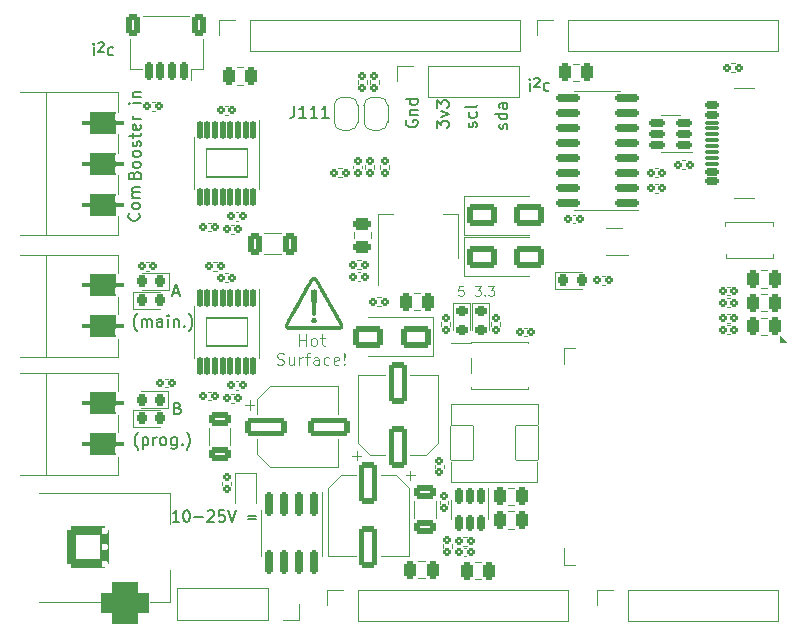
<source format=gbr>
%TF.GenerationSoftware,KiCad,Pcbnew,9.0.1*%
%TF.CreationDate,2025-05-14T19:05:47-04:00*%
%TF.ProjectId,EX-CSB1,45582d43-5342-4312-9e6b-696361645f70,rev?*%
%TF.SameCoordinates,Original*%
%TF.FileFunction,Legend,Top*%
%TF.FilePolarity,Positive*%
%FSLAX46Y46*%
G04 Gerber Fmt 4.6, Leading zero omitted, Abs format (unit mm)*
G04 Created by KiCad (PCBNEW 9.0.1) date 2025-05-14 19:05:47*
%MOMM*%
%LPD*%
G01*
G04 APERTURE LIST*
G04 Aperture macros list*
%AMRoundRect*
0 Rectangle with rounded corners*
0 $1 Rounding radius*
0 $2 $3 $4 $5 $6 $7 $8 $9 X,Y pos of 4 corners*
0 Add a 4 corners polygon primitive as box body*
4,1,4,$2,$3,$4,$5,$6,$7,$8,$9,$2,$3,0*
0 Add four circle primitives for the rounded corners*
1,1,$1+$1,$2,$3*
1,1,$1+$1,$4,$5*
1,1,$1+$1,$6,$7*
1,1,$1+$1,$8,$9*
0 Add four rect primitives between the rounded corners*
20,1,$1+$1,$2,$3,$4,$5,0*
20,1,$1+$1,$4,$5,$6,$7,0*
20,1,$1+$1,$6,$7,$8,$9,0*
20,1,$1+$1,$8,$9,$2,$3,0*%
%AMFreePoly0*
4,1,23,0.500000,-0.750000,0.000000,-0.750000,0.000000,-0.745722,-0.065263,-0.745722,-0.191342,-0.711940,-0.304381,-0.646677,-0.396677,-0.554381,-0.461940,-0.441342,-0.495722,-0.315263,-0.495722,-0.250000,-0.500000,-0.250000,-0.500000,0.250000,-0.495722,0.250000,-0.495722,0.315263,-0.461940,0.441342,-0.396677,0.554381,-0.304381,0.646677,-0.191342,0.711940,-0.065263,0.745722,0.000000,0.745722,
0.000000,0.750000,0.500000,0.750000,0.500000,-0.750000,0.500000,-0.750000,$1*%
%AMFreePoly1*
4,1,23,0.000000,0.745722,0.065263,0.745722,0.191342,0.711940,0.304381,0.646677,0.396677,0.554381,0.461940,0.441342,0.495722,0.315263,0.495722,0.250000,0.500000,0.250000,0.500000,-0.250000,0.495722,-0.250000,0.495722,-0.315263,0.461940,-0.441342,0.396677,-0.554381,0.304381,-0.646677,0.191342,-0.711940,0.065263,-0.745722,0.000000,-0.745722,0.000000,-0.750000,-0.500000,-0.750000,
-0.500000,0.750000,0.000000,0.750000,0.000000,0.745722,0.000000,0.745722,$1*%
G04 Aperture macros list end*
%ADD10C,0.100000*%
%ADD11C,0.150000*%
%ADD12C,0.120000*%
%ADD13C,0.000000*%
%ADD14C,0.600000*%
%ADD15RoundRect,0.720000X-1.080000X0.180000X-1.080000X-0.180000X1.080000X-0.180000X1.080000X0.180000X0*%
%ADD16R,1.350000X1.800000*%
%ADD17RoundRect,0.250000X0.250000X0.475000X-0.250000X0.475000X-0.250000X-0.475000X0.250000X-0.475000X0*%
%ADD18RoundRect,0.124000X-0.186000X-0.196000X0.186000X-0.196000X0.186000X0.196000X-0.186000X0.196000X0*%
%ADD19RoundRect,0.124138X-0.175862X-0.195862X0.175862X-0.195862X0.175862X0.195862X-0.175862X0.195862X0*%
%ADD20R,1.700000X1.700000*%
%ADD21C,1.700000*%
%ADD22RoundRect,0.124000X0.186000X0.196000X-0.186000X0.196000X-0.186000X-0.196000X0.186000X-0.196000X0*%
%ADD23RoundRect,0.124000X0.196000X-0.186000X0.196000X0.186000X-0.196000X0.186000X-0.196000X-0.186000X0*%
%ADD24C,3.500000*%
%ADD25R,2.000000X0.640000*%
%ADD26RoundRect,0.124138X0.175862X0.195862X-0.175862X0.195862X-0.175862X-0.195862X0.175862X-0.195862X0*%
%ADD27FreePoly0,90.000000*%
%ADD28FreePoly1,90.000000*%
%ADD29RoundRect,0.250000X-0.250000X-0.475000X0.250000X-0.475000X0.250000X0.475000X-0.250000X0.475000X0*%
%ADD30O,1.700000X1.700000*%
%ADD31RoundRect,0.218750X-0.218750X-0.256250X0.218750X-0.256250X0.218750X0.256250X-0.218750X0.256250X0*%
%ADD32RoundRect,0.124138X0.195862X-0.175862X0.195862X0.175862X-0.195862X0.175862X-0.195862X-0.175862X0*%
%ADD33RoundRect,0.124138X-0.195862X0.175862X-0.195862X-0.175862X0.195862X-0.175862X0.195862X0.175862X0*%
%ADD34RoundRect,0.250000X-0.550000X1.500000X-0.550000X-1.500000X0.550000X-1.500000X0.550000X1.500000X0*%
%ADD35C,0.650000*%
%ADD36RoundRect,0.150000X0.425000X-0.150000X0.425000X0.150000X-0.425000X0.150000X-0.425000X-0.150000X0*%
%ADD37RoundRect,0.075000X0.500000X-0.075000X0.500000X0.075000X-0.500000X0.075000X-0.500000X-0.075000X0*%
%ADD38O,2.100000X1.000000*%
%ADD39O,1.800000X1.000000*%
%ADD40RoundRect,0.250000X-0.325000X-0.650000X0.325000X-0.650000X0.325000X0.650000X-0.325000X0.650000X0*%
%ADD41RoundRect,0.150000X-0.150000X0.512500X-0.150000X-0.512500X0.150000X-0.512500X0.150000X0.512500X0*%
%ADD42RoundRect,0.250000X-0.475000X0.250000X-0.475000X-0.250000X0.475000X-0.250000X0.475000X0.250000X0*%
%ADD43R,0.650000X0.400000*%
%ADD44RoundRect,0.218750X-0.256250X0.218750X-0.256250X-0.218750X0.256250X-0.218750X0.256250X0.218750X0*%
%ADD45RoundRect,0.049200X-1.750800X1.180800X-1.750800X-1.180800X1.750800X-1.180800X1.750800X1.180800X0*%
%ADD46RoundRect,0.110000X-0.110000X0.677500X-0.110000X-0.677500X0.110000X-0.677500X0.110000X0.677500X0*%
%ADD47RoundRect,0.250000X1.000000X0.650000X-1.000000X0.650000X-1.000000X-0.650000X1.000000X-0.650000X0*%
%ADD48RoundRect,0.250000X-0.650000X0.325000X-0.650000X-0.325000X0.650000X-0.325000X0.650000X0.325000X0*%
%ADD49RoundRect,0.218750X0.218750X0.256250X-0.218750X0.256250X-0.218750X-0.256250X0.218750X-0.256250X0*%
%ADD50RoundRect,0.150000X0.825000X0.150000X-0.825000X0.150000X-0.825000X-0.150000X0.825000X-0.150000X0*%
%ADD51RoundRect,0.124000X-0.196000X0.186000X-0.196000X-0.186000X0.196000X-0.186000X0.196000X0.186000X0*%
%ADD52RoundRect,0.250000X-1.500000X-0.550000X1.500000X-0.550000X1.500000X0.550000X-1.500000X0.550000X0*%
%ADD53RoundRect,0.250000X-1.000000X-0.650000X1.000000X-0.650000X1.000000X0.650000X-1.000000X0.650000X0*%
%ADD54RoundRect,0.150000X0.150000X0.625000X-0.150000X0.625000X-0.150000X-0.625000X0.150000X-0.625000X0*%
%ADD55RoundRect,0.250000X0.350000X0.650000X-0.350000X0.650000X-0.350000X-0.650000X0.350000X-0.650000X0*%
%ADD56RoundRect,0.019500X-0.955500X-1.480500X0.955500X-1.480500X0.955500X1.480500X-0.955500X1.480500X0*%
%ADD57R,0.450000X0.600000*%
%ADD58R,1.500000X2.000000*%
%ADD59R,3.800000X2.000000*%
%ADD60R,3.500000X3.500000*%
%ADD61RoundRect,0.350000X-1.400000X-1.400000X1.400000X-1.400000X1.400000X1.400000X-1.400000X1.400000X0*%
%ADD62RoundRect,0.875000X-1.125000X-0.875000X1.125000X-0.875000X1.125000X0.875000X-1.125000X0.875000X0*%
%ADD63RoundRect,0.250000X0.550000X-1.500000X0.550000X1.500000X-0.550000X1.500000X-0.550000X-1.500000X0*%
%ADD64RoundRect,0.150000X-0.150000X0.825000X-0.150000X-0.825000X0.150000X-0.825000X0.150000X0.825000X0*%
%ADD65R,0.900000X1.500000*%
%ADD66R,1.500000X0.900000*%
%ADD67R,0.900000X0.900000*%
%ADD68RoundRect,0.150000X0.512500X0.150000X-0.512500X0.150000X-0.512500X-0.150000X0.512500X-0.150000X0*%
G04 APERTURE END LIST*
D10*
X24122190Y24343525D02*
X24122190Y25343525D01*
X24122190Y24867335D02*
X24693618Y24867335D01*
X24693618Y24343525D02*
X24693618Y25343525D01*
X25312666Y24343525D02*
X25217428Y24391144D01*
X25217428Y24391144D02*
X25169809Y24438764D01*
X25169809Y24438764D02*
X25122190Y24534002D01*
X25122190Y24534002D02*
X25122190Y24819716D01*
X25122190Y24819716D02*
X25169809Y24914954D01*
X25169809Y24914954D02*
X25217428Y24962573D01*
X25217428Y24962573D02*
X25312666Y25010192D01*
X25312666Y25010192D02*
X25455523Y25010192D01*
X25455523Y25010192D02*
X25550761Y24962573D01*
X25550761Y24962573D02*
X25598380Y24914954D01*
X25598380Y24914954D02*
X25645999Y24819716D01*
X25645999Y24819716D02*
X25645999Y24534002D01*
X25645999Y24534002D02*
X25598380Y24438764D01*
X25598380Y24438764D02*
X25550761Y24391144D01*
X25550761Y24391144D02*
X25455523Y24343525D01*
X25455523Y24343525D02*
X25312666Y24343525D01*
X25931714Y25010192D02*
X26312666Y25010192D01*
X26074571Y25343525D02*
X26074571Y24486383D01*
X26074571Y24486383D02*
X26122190Y24391144D01*
X26122190Y24391144D02*
X26217428Y24343525D01*
X26217428Y24343525D02*
X26312666Y24343525D01*
X22265047Y22781200D02*
X22407904Y22733581D01*
X22407904Y22733581D02*
X22645999Y22733581D01*
X22645999Y22733581D02*
X22741237Y22781200D01*
X22741237Y22781200D02*
X22788856Y22828820D01*
X22788856Y22828820D02*
X22836475Y22924058D01*
X22836475Y22924058D02*
X22836475Y23019296D01*
X22836475Y23019296D02*
X22788856Y23114534D01*
X22788856Y23114534D02*
X22741237Y23162153D01*
X22741237Y23162153D02*
X22645999Y23209772D01*
X22645999Y23209772D02*
X22455523Y23257391D01*
X22455523Y23257391D02*
X22360285Y23305010D01*
X22360285Y23305010D02*
X22312666Y23352629D01*
X22312666Y23352629D02*
X22265047Y23447867D01*
X22265047Y23447867D02*
X22265047Y23543105D01*
X22265047Y23543105D02*
X22312666Y23638343D01*
X22312666Y23638343D02*
X22360285Y23685962D01*
X22360285Y23685962D02*
X22455523Y23733581D01*
X22455523Y23733581D02*
X22693618Y23733581D01*
X22693618Y23733581D02*
X22836475Y23685962D01*
X23693618Y23400248D02*
X23693618Y22733581D01*
X23265047Y23400248D02*
X23265047Y22876439D01*
X23265047Y22876439D02*
X23312666Y22781200D01*
X23312666Y22781200D02*
X23407904Y22733581D01*
X23407904Y22733581D02*
X23550761Y22733581D01*
X23550761Y22733581D02*
X23645999Y22781200D01*
X23645999Y22781200D02*
X23693618Y22828820D01*
X24169809Y22733581D02*
X24169809Y23400248D01*
X24169809Y23209772D02*
X24217428Y23305010D01*
X24217428Y23305010D02*
X24265047Y23352629D01*
X24265047Y23352629D02*
X24360285Y23400248D01*
X24360285Y23400248D02*
X24455523Y23400248D01*
X24646000Y23400248D02*
X25026952Y23400248D01*
X24788857Y22733581D02*
X24788857Y23590724D01*
X24788857Y23590724D02*
X24836476Y23685962D01*
X24836476Y23685962D02*
X24931714Y23733581D01*
X24931714Y23733581D02*
X25026952Y23733581D01*
X25788857Y22733581D02*
X25788857Y23257391D01*
X25788857Y23257391D02*
X25741238Y23352629D01*
X25741238Y23352629D02*
X25646000Y23400248D01*
X25646000Y23400248D02*
X25455524Y23400248D01*
X25455524Y23400248D02*
X25360286Y23352629D01*
X25788857Y22781200D02*
X25693619Y22733581D01*
X25693619Y22733581D02*
X25455524Y22733581D01*
X25455524Y22733581D02*
X25360286Y22781200D01*
X25360286Y22781200D02*
X25312667Y22876439D01*
X25312667Y22876439D02*
X25312667Y22971677D01*
X25312667Y22971677D02*
X25360286Y23066915D01*
X25360286Y23066915D02*
X25455524Y23114534D01*
X25455524Y23114534D02*
X25693619Y23114534D01*
X25693619Y23114534D02*
X25788857Y23162153D01*
X26693619Y22781200D02*
X26598381Y22733581D01*
X26598381Y22733581D02*
X26407905Y22733581D01*
X26407905Y22733581D02*
X26312667Y22781200D01*
X26312667Y22781200D02*
X26265048Y22828820D01*
X26265048Y22828820D02*
X26217429Y22924058D01*
X26217429Y22924058D02*
X26217429Y23209772D01*
X26217429Y23209772D02*
X26265048Y23305010D01*
X26265048Y23305010D02*
X26312667Y23352629D01*
X26312667Y23352629D02*
X26407905Y23400248D01*
X26407905Y23400248D02*
X26598381Y23400248D01*
X26598381Y23400248D02*
X26693619Y23352629D01*
X27503143Y22781200D02*
X27407905Y22733581D01*
X27407905Y22733581D02*
X27217429Y22733581D01*
X27217429Y22733581D02*
X27122191Y22781200D01*
X27122191Y22781200D02*
X27074572Y22876439D01*
X27074572Y22876439D02*
X27074572Y23257391D01*
X27074572Y23257391D02*
X27122191Y23352629D01*
X27122191Y23352629D02*
X27217429Y23400248D01*
X27217429Y23400248D02*
X27407905Y23400248D01*
X27407905Y23400248D02*
X27503143Y23352629D01*
X27503143Y23352629D02*
X27550762Y23257391D01*
X27550762Y23257391D02*
X27550762Y23162153D01*
X27550762Y23162153D02*
X27074572Y23066915D01*
X27979334Y22828820D02*
X28026953Y22781200D01*
X28026953Y22781200D02*
X27979334Y22733581D01*
X27979334Y22733581D02*
X27931715Y22781200D01*
X27931715Y22781200D02*
X27979334Y22828820D01*
X27979334Y22828820D02*
X27979334Y22733581D01*
X27979334Y23114534D02*
X27931715Y23685962D01*
X27931715Y23685962D02*
X27979334Y23733581D01*
X27979334Y23733581D02*
X28026953Y23685962D01*
X28026953Y23685962D02*
X27979334Y23114534D01*
X27979334Y23114534D02*
X27979334Y23733581D01*
X33181666Y13386315D02*
X33943571Y13386315D01*
X33562618Y13005362D02*
X33562618Y13767267D01*
D11*
X10564580Y35568208D02*
X10612200Y35520589D01*
X10612200Y35520589D02*
X10659819Y35377732D01*
X10659819Y35377732D02*
X10659819Y35282494D01*
X10659819Y35282494D02*
X10612200Y35139637D01*
X10612200Y35139637D02*
X10516961Y35044399D01*
X10516961Y35044399D02*
X10421723Y34996780D01*
X10421723Y34996780D02*
X10231247Y34949161D01*
X10231247Y34949161D02*
X10088390Y34949161D01*
X10088390Y34949161D02*
X9897914Y34996780D01*
X9897914Y34996780D02*
X9802676Y35044399D01*
X9802676Y35044399D02*
X9707438Y35139637D01*
X9707438Y35139637D02*
X9659819Y35282494D01*
X9659819Y35282494D02*
X9659819Y35377732D01*
X9659819Y35377732D02*
X9707438Y35520589D01*
X9707438Y35520589D02*
X9755057Y35568208D01*
X10659819Y36139637D02*
X10612200Y36044399D01*
X10612200Y36044399D02*
X10564580Y35996780D01*
X10564580Y35996780D02*
X10469342Y35949161D01*
X10469342Y35949161D02*
X10183628Y35949161D01*
X10183628Y35949161D02*
X10088390Y35996780D01*
X10088390Y35996780D02*
X10040771Y36044399D01*
X10040771Y36044399D02*
X9993152Y36139637D01*
X9993152Y36139637D02*
X9993152Y36282494D01*
X9993152Y36282494D02*
X10040771Y36377732D01*
X10040771Y36377732D02*
X10088390Y36425351D01*
X10088390Y36425351D02*
X10183628Y36472970D01*
X10183628Y36472970D02*
X10469342Y36472970D01*
X10469342Y36472970D02*
X10564580Y36425351D01*
X10564580Y36425351D02*
X10612200Y36377732D01*
X10612200Y36377732D02*
X10659819Y36282494D01*
X10659819Y36282494D02*
X10659819Y36139637D01*
X10659819Y36901542D02*
X9993152Y36901542D01*
X10088390Y36901542D02*
X10040771Y36949161D01*
X10040771Y36949161D02*
X9993152Y37044399D01*
X9993152Y37044399D02*
X9993152Y37187256D01*
X9993152Y37187256D02*
X10040771Y37282494D01*
X10040771Y37282494D02*
X10136009Y37330113D01*
X10136009Y37330113D02*
X10659819Y37330113D01*
X10136009Y37330113D02*
X10040771Y37377732D01*
X10040771Y37377732D02*
X9993152Y37472970D01*
X9993152Y37472970D02*
X9993152Y37615827D01*
X9993152Y37615827D02*
X10040771Y37711066D01*
X10040771Y37711066D02*
X10136009Y37758685D01*
X10136009Y37758685D02*
X10659819Y37758685D01*
D10*
X28628884Y15058534D02*
X29390789Y15058534D01*
X29009836Y14677581D02*
X29009836Y15439486D01*
X38026017Y29376505D02*
X37645065Y29376505D01*
X37645065Y29376505D02*
X37606969Y28995553D01*
X37606969Y28995553D02*
X37645065Y29033648D01*
X37645065Y29033648D02*
X37721255Y29071743D01*
X37721255Y29071743D02*
X37911731Y29071743D01*
X37911731Y29071743D02*
X37987922Y29033648D01*
X37987922Y29033648D02*
X38026017Y28995553D01*
X38026017Y28995553D02*
X38064112Y28919362D01*
X38064112Y28919362D02*
X38064112Y28728886D01*
X38064112Y28728886D02*
X38026017Y28652696D01*
X38026017Y28652696D02*
X37987922Y28614600D01*
X37987922Y28614600D02*
X37911731Y28576505D01*
X37911731Y28576505D02*
X37721255Y28576505D01*
X37721255Y28576505D02*
X37645065Y28614600D01*
X37645065Y28614600D02*
X37606969Y28652696D01*
D11*
X33232438Y43427143D02*
X33184819Y43331905D01*
X33184819Y43331905D02*
X33184819Y43189048D01*
X33184819Y43189048D02*
X33232438Y43046191D01*
X33232438Y43046191D02*
X33327676Y42950953D01*
X33327676Y42950953D02*
X33422914Y42903334D01*
X33422914Y42903334D02*
X33613390Y42855715D01*
X33613390Y42855715D02*
X33756247Y42855715D01*
X33756247Y42855715D02*
X33946723Y42903334D01*
X33946723Y42903334D02*
X34041961Y42950953D01*
X34041961Y42950953D02*
X34137200Y43046191D01*
X34137200Y43046191D02*
X34184819Y43189048D01*
X34184819Y43189048D02*
X34184819Y43284286D01*
X34184819Y43284286D02*
X34137200Y43427143D01*
X34137200Y43427143D02*
X34089580Y43474762D01*
X34089580Y43474762D02*
X33756247Y43474762D01*
X33756247Y43474762D02*
X33756247Y43284286D01*
X33518152Y43903334D02*
X34184819Y43903334D01*
X33613390Y43903334D02*
X33565771Y43950953D01*
X33565771Y43950953D02*
X33518152Y44046191D01*
X33518152Y44046191D02*
X33518152Y44189048D01*
X33518152Y44189048D02*
X33565771Y44284286D01*
X33565771Y44284286D02*
X33661009Y44331905D01*
X33661009Y44331905D02*
X34184819Y44331905D01*
X34184819Y45236667D02*
X33184819Y45236667D01*
X34137200Y45236667D02*
X34184819Y45141429D01*
X34184819Y45141429D02*
X34184819Y44950953D01*
X34184819Y44950953D02*
X34137200Y44855715D01*
X34137200Y44855715D02*
X34089580Y44808096D01*
X34089580Y44808096D02*
X33994342Y44760477D01*
X33994342Y44760477D02*
X33708628Y44760477D01*
X33708628Y44760477D02*
X33613390Y44808096D01*
X33613390Y44808096D02*
X33565771Y44855715D01*
X33565771Y44855715D02*
X33518152Y44950953D01*
X33518152Y44950953D02*
X33518152Y45141429D01*
X33518152Y45141429D02*
X33565771Y45236667D01*
X13489160Y28830896D02*
X13965350Y28830896D01*
X13393922Y28545181D02*
X13727255Y29545181D01*
X13727255Y29545181D02*
X14060588Y28545181D01*
X6740476Y48945181D02*
X6740476Y49611848D01*
X6740476Y49945181D02*
X6692857Y49897562D01*
X6692857Y49897562D02*
X6740476Y49849943D01*
X6740476Y49849943D02*
X6788095Y49897562D01*
X6788095Y49897562D02*
X6740476Y49945181D01*
X6740476Y49945181D02*
X6740476Y49849943D01*
X7130951Y49958515D02*
X7169047Y49996610D01*
X7169047Y49996610D02*
X7245237Y50034705D01*
X7245237Y50034705D02*
X7435713Y50034705D01*
X7435713Y50034705D02*
X7511904Y49996610D01*
X7511904Y49996610D02*
X7549999Y49958515D01*
X7549999Y49958515D02*
X7588094Y49882324D01*
X7588094Y49882324D02*
X7588094Y49806134D01*
X7588094Y49806134D02*
X7549999Y49691848D01*
X7549999Y49691848D02*
X7092856Y49234705D01*
X7092856Y49234705D02*
X7588094Y49234705D01*
X8407142Y48992800D02*
X8311904Y48945181D01*
X8311904Y48945181D02*
X8121428Y48945181D01*
X8121428Y48945181D02*
X8026190Y48992800D01*
X8026190Y48992800D02*
X7978571Y49040420D01*
X7978571Y49040420D02*
X7930952Y49135658D01*
X7930952Y49135658D02*
X7930952Y49421372D01*
X7930952Y49421372D02*
X7978571Y49516610D01*
X7978571Y49516610D02*
X8026190Y49564229D01*
X8026190Y49564229D02*
X8121428Y49611848D01*
X8121428Y49611848D02*
X8311904Y49611848D01*
X8311904Y49611848D02*
X8407142Y49564229D01*
X10522493Y15564229D02*
X10474874Y15611848D01*
X10474874Y15611848D02*
X10379636Y15754705D01*
X10379636Y15754705D02*
X10332017Y15849943D01*
X10332017Y15849943D02*
X10284398Y15992800D01*
X10284398Y15992800D02*
X10236779Y16230896D01*
X10236779Y16230896D02*
X10236779Y16421372D01*
X10236779Y16421372D02*
X10284398Y16659467D01*
X10284398Y16659467D02*
X10332017Y16802324D01*
X10332017Y16802324D02*
X10379636Y16897562D01*
X10379636Y16897562D02*
X10474874Y17040420D01*
X10474874Y17040420D02*
X10522493Y17088039D01*
X10903446Y16611848D02*
X10903446Y15611848D01*
X10903446Y16564229D02*
X10998684Y16611848D01*
X10998684Y16611848D02*
X11189160Y16611848D01*
X11189160Y16611848D02*
X11284398Y16564229D01*
X11284398Y16564229D02*
X11332017Y16516610D01*
X11332017Y16516610D02*
X11379636Y16421372D01*
X11379636Y16421372D02*
X11379636Y16135658D01*
X11379636Y16135658D02*
X11332017Y16040420D01*
X11332017Y16040420D02*
X11284398Y15992800D01*
X11284398Y15992800D02*
X11189160Y15945181D01*
X11189160Y15945181D02*
X10998684Y15945181D01*
X10998684Y15945181D02*
X10903446Y15992800D01*
X11808208Y15945181D02*
X11808208Y16611848D01*
X11808208Y16421372D02*
X11855827Y16516610D01*
X11855827Y16516610D02*
X11903446Y16564229D01*
X11903446Y16564229D02*
X11998684Y16611848D01*
X11998684Y16611848D02*
X12093922Y16611848D01*
X12570113Y15945181D02*
X12474875Y15992800D01*
X12474875Y15992800D02*
X12427256Y16040420D01*
X12427256Y16040420D02*
X12379637Y16135658D01*
X12379637Y16135658D02*
X12379637Y16421372D01*
X12379637Y16421372D02*
X12427256Y16516610D01*
X12427256Y16516610D02*
X12474875Y16564229D01*
X12474875Y16564229D02*
X12570113Y16611848D01*
X12570113Y16611848D02*
X12712970Y16611848D01*
X12712970Y16611848D02*
X12808208Y16564229D01*
X12808208Y16564229D02*
X12855827Y16516610D01*
X12855827Y16516610D02*
X12903446Y16421372D01*
X12903446Y16421372D02*
X12903446Y16135658D01*
X12903446Y16135658D02*
X12855827Y16040420D01*
X12855827Y16040420D02*
X12808208Y15992800D01*
X12808208Y15992800D02*
X12712970Y15945181D01*
X12712970Y15945181D02*
X12570113Y15945181D01*
X13760589Y16611848D02*
X13760589Y15802324D01*
X13760589Y15802324D02*
X13712970Y15707086D01*
X13712970Y15707086D02*
X13665351Y15659467D01*
X13665351Y15659467D02*
X13570113Y15611848D01*
X13570113Y15611848D02*
X13427256Y15611848D01*
X13427256Y15611848D02*
X13332018Y15659467D01*
X13760589Y15992800D02*
X13665351Y15945181D01*
X13665351Y15945181D02*
X13474875Y15945181D01*
X13474875Y15945181D02*
X13379637Y15992800D01*
X13379637Y15992800D02*
X13332018Y16040420D01*
X13332018Y16040420D02*
X13284399Y16135658D01*
X13284399Y16135658D02*
X13284399Y16421372D01*
X13284399Y16421372D02*
X13332018Y16516610D01*
X13332018Y16516610D02*
X13379637Y16564229D01*
X13379637Y16564229D02*
X13474875Y16611848D01*
X13474875Y16611848D02*
X13665351Y16611848D01*
X13665351Y16611848D02*
X13760589Y16564229D01*
X14236780Y16040420D02*
X14284399Y15992800D01*
X14284399Y15992800D02*
X14236780Y15945181D01*
X14236780Y15945181D02*
X14189161Y15992800D01*
X14189161Y15992800D02*
X14236780Y16040420D01*
X14236780Y16040420D02*
X14236780Y15945181D01*
X14617732Y15564229D02*
X14665351Y15611848D01*
X14665351Y15611848D02*
X14760589Y15754705D01*
X14760589Y15754705D02*
X14808208Y15849943D01*
X14808208Y15849943D02*
X14855827Y15992800D01*
X14855827Y15992800D02*
X14903446Y16230896D01*
X14903446Y16230896D02*
X14903446Y16421372D01*
X14903446Y16421372D02*
X14855827Y16659467D01*
X14855827Y16659467D02*
X14808208Y16802324D01*
X14808208Y16802324D02*
X14760589Y16897562D01*
X14760589Y16897562D02*
X14665351Y17040420D01*
X14665351Y17040420D02*
X14617732Y17088039D01*
D10*
X39016674Y29376505D02*
X39511912Y29376505D01*
X39511912Y29376505D02*
X39245246Y29071743D01*
X39245246Y29071743D02*
X39359531Y29071743D01*
X39359531Y29071743D02*
X39435722Y29033648D01*
X39435722Y29033648D02*
X39473817Y28995553D01*
X39473817Y28995553D02*
X39511912Y28919362D01*
X39511912Y28919362D02*
X39511912Y28728886D01*
X39511912Y28728886D02*
X39473817Y28652696D01*
X39473817Y28652696D02*
X39435722Y28614600D01*
X39435722Y28614600D02*
X39359531Y28576505D01*
X39359531Y28576505D02*
X39130960Y28576505D01*
X39130960Y28576505D02*
X39054769Y28614600D01*
X39054769Y28614600D02*
X39016674Y28652696D01*
X39854770Y28652696D02*
X39892865Y28614600D01*
X39892865Y28614600D02*
X39854770Y28576505D01*
X39854770Y28576505D02*
X39816674Y28614600D01*
X39816674Y28614600D02*
X39854770Y28652696D01*
X39854770Y28652696D02*
X39854770Y28576505D01*
X40159531Y29376505D02*
X40654769Y29376505D01*
X40654769Y29376505D02*
X40388103Y29071743D01*
X40388103Y29071743D02*
X40502388Y29071743D01*
X40502388Y29071743D02*
X40578579Y29033648D01*
X40578579Y29033648D02*
X40616674Y28995553D01*
X40616674Y28995553D02*
X40654769Y28919362D01*
X40654769Y28919362D02*
X40654769Y28728886D01*
X40654769Y28728886D02*
X40616674Y28652696D01*
X40616674Y28652696D02*
X40578579Y28614600D01*
X40578579Y28614600D02*
X40502388Y28576505D01*
X40502388Y28576505D02*
X40273817Y28576505D01*
X40273817Y28576505D02*
X40197626Y28614600D01*
X40197626Y28614600D02*
X40159531Y28652696D01*
D11*
X10191009Y38806667D02*
X10238628Y38949524D01*
X10238628Y38949524D02*
X10286247Y38997143D01*
X10286247Y38997143D02*
X10381485Y39044762D01*
X10381485Y39044762D02*
X10524342Y39044762D01*
X10524342Y39044762D02*
X10619580Y38997143D01*
X10619580Y38997143D02*
X10667200Y38949524D01*
X10667200Y38949524D02*
X10714819Y38854286D01*
X10714819Y38854286D02*
X10714819Y38473334D01*
X10714819Y38473334D02*
X9714819Y38473334D01*
X9714819Y38473334D02*
X9714819Y38806667D01*
X9714819Y38806667D02*
X9762438Y38901905D01*
X9762438Y38901905D02*
X9810057Y38949524D01*
X9810057Y38949524D02*
X9905295Y38997143D01*
X9905295Y38997143D02*
X10000533Y38997143D01*
X10000533Y38997143D02*
X10095771Y38949524D01*
X10095771Y38949524D02*
X10143390Y38901905D01*
X10143390Y38901905D02*
X10191009Y38806667D01*
X10191009Y38806667D02*
X10191009Y38473334D01*
X10714819Y39616191D02*
X10667200Y39520953D01*
X10667200Y39520953D02*
X10619580Y39473334D01*
X10619580Y39473334D02*
X10524342Y39425715D01*
X10524342Y39425715D02*
X10238628Y39425715D01*
X10238628Y39425715D02*
X10143390Y39473334D01*
X10143390Y39473334D02*
X10095771Y39520953D01*
X10095771Y39520953D02*
X10048152Y39616191D01*
X10048152Y39616191D02*
X10048152Y39759048D01*
X10048152Y39759048D02*
X10095771Y39854286D01*
X10095771Y39854286D02*
X10143390Y39901905D01*
X10143390Y39901905D02*
X10238628Y39949524D01*
X10238628Y39949524D02*
X10524342Y39949524D01*
X10524342Y39949524D02*
X10619580Y39901905D01*
X10619580Y39901905D02*
X10667200Y39854286D01*
X10667200Y39854286D02*
X10714819Y39759048D01*
X10714819Y39759048D02*
X10714819Y39616191D01*
X10714819Y40520953D02*
X10667200Y40425715D01*
X10667200Y40425715D02*
X10619580Y40378096D01*
X10619580Y40378096D02*
X10524342Y40330477D01*
X10524342Y40330477D02*
X10238628Y40330477D01*
X10238628Y40330477D02*
X10143390Y40378096D01*
X10143390Y40378096D02*
X10095771Y40425715D01*
X10095771Y40425715D02*
X10048152Y40520953D01*
X10048152Y40520953D02*
X10048152Y40663810D01*
X10048152Y40663810D02*
X10095771Y40759048D01*
X10095771Y40759048D02*
X10143390Y40806667D01*
X10143390Y40806667D02*
X10238628Y40854286D01*
X10238628Y40854286D02*
X10524342Y40854286D01*
X10524342Y40854286D02*
X10619580Y40806667D01*
X10619580Y40806667D02*
X10667200Y40759048D01*
X10667200Y40759048D02*
X10714819Y40663810D01*
X10714819Y40663810D02*
X10714819Y40520953D01*
X10667200Y41235239D02*
X10714819Y41330477D01*
X10714819Y41330477D02*
X10714819Y41520953D01*
X10714819Y41520953D02*
X10667200Y41616191D01*
X10667200Y41616191D02*
X10571961Y41663810D01*
X10571961Y41663810D02*
X10524342Y41663810D01*
X10524342Y41663810D02*
X10429104Y41616191D01*
X10429104Y41616191D02*
X10381485Y41520953D01*
X10381485Y41520953D02*
X10381485Y41378096D01*
X10381485Y41378096D02*
X10333866Y41282858D01*
X10333866Y41282858D02*
X10238628Y41235239D01*
X10238628Y41235239D02*
X10191009Y41235239D01*
X10191009Y41235239D02*
X10095771Y41282858D01*
X10095771Y41282858D02*
X10048152Y41378096D01*
X10048152Y41378096D02*
X10048152Y41520953D01*
X10048152Y41520953D02*
X10095771Y41616191D01*
X10048152Y41949525D02*
X10048152Y42330477D01*
X9714819Y42092382D02*
X10571961Y42092382D01*
X10571961Y42092382D02*
X10667200Y42140001D01*
X10667200Y42140001D02*
X10714819Y42235239D01*
X10714819Y42235239D02*
X10714819Y42330477D01*
X10667200Y43044763D02*
X10714819Y42949525D01*
X10714819Y42949525D02*
X10714819Y42759049D01*
X10714819Y42759049D02*
X10667200Y42663811D01*
X10667200Y42663811D02*
X10571961Y42616192D01*
X10571961Y42616192D02*
X10191009Y42616192D01*
X10191009Y42616192D02*
X10095771Y42663811D01*
X10095771Y42663811D02*
X10048152Y42759049D01*
X10048152Y42759049D02*
X10048152Y42949525D01*
X10048152Y42949525D02*
X10095771Y43044763D01*
X10095771Y43044763D02*
X10191009Y43092382D01*
X10191009Y43092382D02*
X10286247Y43092382D01*
X10286247Y43092382D02*
X10381485Y42616192D01*
X10714819Y43520954D02*
X10048152Y43520954D01*
X10238628Y43520954D02*
X10143390Y43568573D01*
X10143390Y43568573D02*
X10095771Y43616192D01*
X10095771Y43616192D02*
X10048152Y43711430D01*
X10048152Y43711430D02*
X10048152Y43806668D01*
X10714819Y44901907D02*
X10048152Y44901907D01*
X9714819Y44901907D02*
X9762438Y44854288D01*
X9762438Y44854288D02*
X9810057Y44901907D01*
X9810057Y44901907D02*
X9762438Y44949526D01*
X9762438Y44949526D02*
X9714819Y44901907D01*
X9714819Y44901907D02*
X9810057Y44901907D01*
X10048152Y45378097D02*
X10714819Y45378097D01*
X10143390Y45378097D02*
X10095771Y45425716D01*
X10095771Y45425716D02*
X10048152Y45520954D01*
X10048152Y45520954D02*
X10048152Y45663811D01*
X10048152Y45663811D02*
X10095771Y45759049D01*
X10095771Y45759049D02*
X10191009Y45806668D01*
X10191009Y45806668D02*
X10714819Y45806668D01*
X41717200Y42710953D02*
X41764819Y42806191D01*
X41764819Y42806191D02*
X41764819Y42996667D01*
X41764819Y42996667D02*
X41717200Y43091905D01*
X41717200Y43091905D02*
X41621961Y43139524D01*
X41621961Y43139524D02*
X41574342Y43139524D01*
X41574342Y43139524D02*
X41479104Y43091905D01*
X41479104Y43091905D02*
X41431485Y42996667D01*
X41431485Y42996667D02*
X41431485Y42853810D01*
X41431485Y42853810D02*
X41383866Y42758572D01*
X41383866Y42758572D02*
X41288628Y42710953D01*
X41288628Y42710953D02*
X41241009Y42710953D01*
X41241009Y42710953D02*
X41145771Y42758572D01*
X41145771Y42758572D02*
X41098152Y42853810D01*
X41098152Y42853810D02*
X41098152Y42996667D01*
X41098152Y42996667D02*
X41145771Y43091905D01*
X41764819Y43996667D02*
X40764819Y43996667D01*
X41717200Y43996667D02*
X41764819Y43901429D01*
X41764819Y43901429D02*
X41764819Y43710953D01*
X41764819Y43710953D02*
X41717200Y43615715D01*
X41717200Y43615715D02*
X41669580Y43568096D01*
X41669580Y43568096D02*
X41574342Y43520477D01*
X41574342Y43520477D02*
X41288628Y43520477D01*
X41288628Y43520477D02*
X41193390Y43568096D01*
X41193390Y43568096D02*
X41145771Y43615715D01*
X41145771Y43615715D02*
X41098152Y43710953D01*
X41098152Y43710953D02*
X41098152Y43901429D01*
X41098152Y43901429D02*
X41145771Y43996667D01*
X41764819Y44901429D02*
X41241009Y44901429D01*
X41241009Y44901429D02*
X41145771Y44853810D01*
X41145771Y44853810D02*
X41098152Y44758572D01*
X41098152Y44758572D02*
X41098152Y44568096D01*
X41098152Y44568096D02*
X41145771Y44472858D01*
X41717200Y44901429D02*
X41764819Y44806191D01*
X41764819Y44806191D02*
X41764819Y44568096D01*
X41764819Y44568096D02*
X41717200Y44472858D01*
X41717200Y44472858D02*
X41621961Y44425239D01*
X41621961Y44425239D02*
X41526723Y44425239D01*
X41526723Y44425239D02*
X41431485Y44472858D01*
X41431485Y44472858D02*
X41383866Y44568096D01*
X41383866Y44568096D02*
X41383866Y44806191D01*
X41383866Y44806191D02*
X41336247Y44901429D01*
X35794819Y42789525D02*
X35794819Y43408572D01*
X35794819Y43408572D02*
X36175771Y43075239D01*
X36175771Y43075239D02*
X36175771Y43218096D01*
X36175771Y43218096D02*
X36223390Y43313334D01*
X36223390Y43313334D02*
X36271009Y43360953D01*
X36271009Y43360953D02*
X36366247Y43408572D01*
X36366247Y43408572D02*
X36604342Y43408572D01*
X36604342Y43408572D02*
X36699580Y43360953D01*
X36699580Y43360953D02*
X36747200Y43313334D01*
X36747200Y43313334D02*
X36794819Y43218096D01*
X36794819Y43218096D02*
X36794819Y42932382D01*
X36794819Y42932382D02*
X36747200Y42837144D01*
X36747200Y42837144D02*
X36699580Y42789525D01*
X36128152Y43741906D02*
X36794819Y43980001D01*
X36794819Y43980001D02*
X36128152Y44218096D01*
X35794819Y44503811D02*
X35794819Y45122858D01*
X35794819Y45122858D02*
X36175771Y44789525D01*
X36175771Y44789525D02*
X36175771Y44932382D01*
X36175771Y44932382D02*
X36223390Y45027620D01*
X36223390Y45027620D02*
X36271009Y45075239D01*
X36271009Y45075239D02*
X36366247Y45122858D01*
X36366247Y45122858D02*
X36604342Y45122858D01*
X36604342Y45122858D02*
X36699580Y45075239D01*
X36699580Y45075239D02*
X36747200Y45027620D01*
X36747200Y45027620D02*
X36794819Y44932382D01*
X36794819Y44932382D02*
X36794819Y44646668D01*
X36794819Y44646668D02*
X36747200Y44551430D01*
X36747200Y44551430D02*
X36699580Y44503811D01*
X10422493Y25564229D02*
X10374874Y25611848D01*
X10374874Y25611848D02*
X10279636Y25754705D01*
X10279636Y25754705D02*
X10232017Y25849943D01*
X10232017Y25849943D02*
X10184398Y25992800D01*
X10184398Y25992800D02*
X10136779Y26230896D01*
X10136779Y26230896D02*
X10136779Y26421372D01*
X10136779Y26421372D02*
X10184398Y26659467D01*
X10184398Y26659467D02*
X10232017Y26802324D01*
X10232017Y26802324D02*
X10279636Y26897562D01*
X10279636Y26897562D02*
X10374874Y27040420D01*
X10374874Y27040420D02*
X10422493Y27088039D01*
X10803446Y25945181D02*
X10803446Y26611848D01*
X10803446Y26516610D02*
X10851065Y26564229D01*
X10851065Y26564229D02*
X10946303Y26611848D01*
X10946303Y26611848D02*
X11089160Y26611848D01*
X11089160Y26611848D02*
X11184398Y26564229D01*
X11184398Y26564229D02*
X11232017Y26468991D01*
X11232017Y26468991D02*
X11232017Y25945181D01*
X11232017Y26468991D02*
X11279636Y26564229D01*
X11279636Y26564229D02*
X11374874Y26611848D01*
X11374874Y26611848D02*
X11517731Y26611848D01*
X11517731Y26611848D02*
X11612970Y26564229D01*
X11612970Y26564229D02*
X11660589Y26468991D01*
X11660589Y26468991D02*
X11660589Y25945181D01*
X12565350Y25945181D02*
X12565350Y26468991D01*
X12565350Y26468991D02*
X12517731Y26564229D01*
X12517731Y26564229D02*
X12422493Y26611848D01*
X12422493Y26611848D02*
X12232017Y26611848D01*
X12232017Y26611848D02*
X12136779Y26564229D01*
X12565350Y25992800D02*
X12470112Y25945181D01*
X12470112Y25945181D02*
X12232017Y25945181D01*
X12232017Y25945181D02*
X12136779Y25992800D01*
X12136779Y25992800D02*
X12089160Y26088039D01*
X12089160Y26088039D02*
X12089160Y26183277D01*
X12089160Y26183277D02*
X12136779Y26278515D01*
X12136779Y26278515D02*
X12232017Y26326134D01*
X12232017Y26326134D02*
X12470112Y26326134D01*
X12470112Y26326134D02*
X12565350Y26373753D01*
X13041541Y25945181D02*
X13041541Y26611848D01*
X13041541Y26945181D02*
X12993922Y26897562D01*
X12993922Y26897562D02*
X13041541Y26849943D01*
X13041541Y26849943D02*
X13089160Y26897562D01*
X13089160Y26897562D02*
X13041541Y26945181D01*
X13041541Y26945181D02*
X13041541Y26849943D01*
X13517731Y26611848D02*
X13517731Y25945181D01*
X13517731Y26516610D02*
X13565350Y26564229D01*
X13565350Y26564229D02*
X13660588Y26611848D01*
X13660588Y26611848D02*
X13803445Y26611848D01*
X13803445Y26611848D02*
X13898683Y26564229D01*
X13898683Y26564229D02*
X13946302Y26468991D01*
X13946302Y26468991D02*
X13946302Y25945181D01*
X14422493Y26040420D02*
X14470112Y25992800D01*
X14470112Y25992800D02*
X14422493Y25945181D01*
X14422493Y25945181D02*
X14374874Y25992800D01*
X14374874Y25992800D02*
X14422493Y26040420D01*
X14422493Y26040420D02*
X14422493Y25945181D01*
X14803445Y25564229D02*
X14851064Y25611848D01*
X14851064Y25611848D02*
X14946302Y25754705D01*
X14946302Y25754705D02*
X14993921Y25849943D01*
X14993921Y25849943D02*
X15041540Y25992800D01*
X15041540Y25992800D02*
X15089159Y26230896D01*
X15089159Y26230896D02*
X15089159Y26421372D01*
X15089159Y26421372D02*
X15041540Y26659467D01*
X15041540Y26659467D02*
X14993921Y26802324D01*
X14993921Y26802324D02*
X14946302Y26897562D01*
X14946302Y26897562D02*
X14851064Y27040420D01*
X14851064Y27040420D02*
X14803445Y27088039D01*
X13870112Y19068991D02*
X14012969Y19021372D01*
X14012969Y19021372D02*
X14060588Y18973753D01*
X14060588Y18973753D02*
X14108207Y18878515D01*
X14108207Y18878515D02*
X14108207Y18735658D01*
X14108207Y18735658D02*
X14060588Y18640420D01*
X14060588Y18640420D02*
X14012969Y18592800D01*
X14012969Y18592800D02*
X13917731Y18545181D01*
X13917731Y18545181D02*
X13536779Y18545181D01*
X13536779Y18545181D02*
X13536779Y19545181D01*
X13536779Y19545181D02*
X13870112Y19545181D01*
X13870112Y19545181D02*
X13965350Y19497562D01*
X13965350Y19497562D02*
X14012969Y19449943D01*
X14012969Y19449943D02*
X14060588Y19354705D01*
X14060588Y19354705D02*
X14060588Y19259467D01*
X14060588Y19259467D02*
X14012969Y19164229D01*
X14012969Y19164229D02*
X13965350Y19116610D01*
X13965350Y19116610D02*
X13870112Y19068991D01*
X13870112Y19068991D02*
X13536779Y19068991D01*
X43660476Y45945181D02*
X43660476Y46611848D01*
X43660476Y46945181D02*
X43612857Y46897562D01*
X43612857Y46897562D02*
X43660476Y46849943D01*
X43660476Y46849943D02*
X43708095Y46897562D01*
X43708095Y46897562D02*
X43660476Y46945181D01*
X43660476Y46945181D02*
X43660476Y46849943D01*
X44050951Y46958515D02*
X44089047Y46996610D01*
X44089047Y46996610D02*
X44165237Y47034705D01*
X44165237Y47034705D02*
X44355713Y47034705D01*
X44355713Y47034705D02*
X44431904Y46996610D01*
X44431904Y46996610D02*
X44469999Y46958515D01*
X44469999Y46958515D02*
X44508094Y46882324D01*
X44508094Y46882324D02*
X44508094Y46806134D01*
X44508094Y46806134D02*
X44469999Y46691848D01*
X44469999Y46691848D02*
X44012856Y46234705D01*
X44012856Y46234705D02*
X44508094Y46234705D01*
X45327142Y45992800D02*
X45231904Y45945181D01*
X45231904Y45945181D02*
X45041428Y45945181D01*
X45041428Y45945181D02*
X44946190Y45992800D01*
X44946190Y45992800D02*
X44898571Y46040420D01*
X44898571Y46040420D02*
X44850952Y46135658D01*
X44850952Y46135658D02*
X44850952Y46421372D01*
X44850952Y46421372D02*
X44898571Y46516610D01*
X44898571Y46516610D02*
X44946190Y46564229D01*
X44946190Y46564229D02*
X45041428Y46611848D01*
X45041428Y46611848D02*
X45231904Y46611848D01*
X45231904Y46611848D02*
X45327142Y46564229D01*
X39117200Y42845239D02*
X39164819Y42940477D01*
X39164819Y42940477D02*
X39164819Y43130953D01*
X39164819Y43130953D02*
X39117200Y43226191D01*
X39117200Y43226191D02*
X39021961Y43273810D01*
X39021961Y43273810D02*
X38974342Y43273810D01*
X38974342Y43273810D02*
X38879104Y43226191D01*
X38879104Y43226191D02*
X38831485Y43130953D01*
X38831485Y43130953D02*
X38831485Y42988096D01*
X38831485Y42988096D02*
X38783866Y42892858D01*
X38783866Y42892858D02*
X38688628Y42845239D01*
X38688628Y42845239D02*
X38641009Y42845239D01*
X38641009Y42845239D02*
X38545771Y42892858D01*
X38545771Y42892858D02*
X38498152Y42988096D01*
X38498152Y42988096D02*
X38498152Y43130953D01*
X38498152Y43130953D02*
X38545771Y43226191D01*
X39117200Y44130953D02*
X39164819Y44035715D01*
X39164819Y44035715D02*
X39164819Y43845239D01*
X39164819Y43845239D02*
X39117200Y43750001D01*
X39117200Y43750001D02*
X39069580Y43702382D01*
X39069580Y43702382D02*
X38974342Y43654763D01*
X38974342Y43654763D02*
X38688628Y43654763D01*
X38688628Y43654763D02*
X38593390Y43702382D01*
X38593390Y43702382D02*
X38545771Y43750001D01*
X38545771Y43750001D02*
X38498152Y43845239D01*
X38498152Y43845239D02*
X38498152Y44035715D01*
X38498152Y44035715D02*
X38545771Y44130953D01*
X39164819Y44702382D02*
X39117200Y44607144D01*
X39117200Y44607144D02*
X39021961Y44559525D01*
X39021961Y44559525D02*
X38164819Y44559525D01*
X13969047Y9445181D02*
X13426190Y9445181D01*
X13697618Y9445181D02*
X13697618Y10445181D01*
X13697618Y10445181D02*
X13607142Y10302324D01*
X13607142Y10302324D02*
X13516666Y10207086D01*
X13516666Y10207086D02*
X13426190Y10159467D01*
X14557142Y10445181D02*
X14647619Y10445181D01*
X14647619Y10445181D02*
X14738095Y10397562D01*
X14738095Y10397562D02*
X14783333Y10349943D01*
X14783333Y10349943D02*
X14828571Y10254705D01*
X14828571Y10254705D02*
X14873809Y10064229D01*
X14873809Y10064229D02*
X14873809Y9826134D01*
X14873809Y9826134D02*
X14828571Y9635658D01*
X14828571Y9635658D02*
X14783333Y9540420D01*
X14783333Y9540420D02*
X14738095Y9492800D01*
X14738095Y9492800D02*
X14647619Y9445181D01*
X14647619Y9445181D02*
X14557142Y9445181D01*
X14557142Y9445181D02*
X14466666Y9492800D01*
X14466666Y9492800D02*
X14421428Y9540420D01*
X14421428Y9540420D02*
X14376190Y9635658D01*
X14376190Y9635658D02*
X14330952Y9826134D01*
X14330952Y9826134D02*
X14330952Y10064229D01*
X14330952Y10064229D02*
X14376190Y10254705D01*
X14376190Y10254705D02*
X14421428Y10349943D01*
X14421428Y10349943D02*
X14466666Y10397562D01*
X14466666Y10397562D02*
X14557142Y10445181D01*
X15280952Y9826134D02*
X16004762Y9826134D01*
X16411904Y10349943D02*
X16457142Y10397562D01*
X16457142Y10397562D02*
X16547618Y10445181D01*
X16547618Y10445181D02*
X16773809Y10445181D01*
X16773809Y10445181D02*
X16864285Y10397562D01*
X16864285Y10397562D02*
X16909523Y10349943D01*
X16909523Y10349943D02*
X16954761Y10254705D01*
X16954761Y10254705D02*
X16954761Y10159467D01*
X16954761Y10159467D02*
X16909523Y10016610D01*
X16909523Y10016610D02*
X16366666Y9445181D01*
X16366666Y9445181D02*
X16954761Y9445181D01*
X17814285Y10445181D02*
X17361904Y10445181D01*
X17361904Y10445181D02*
X17316666Y9968991D01*
X17316666Y9968991D02*
X17361904Y10016610D01*
X17361904Y10016610D02*
X17452380Y10064229D01*
X17452380Y10064229D02*
X17678571Y10064229D01*
X17678571Y10064229D02*
X17769047Y10016610D01*
X17769047Y10016610D02*
X17814285Y9968991D01*
X17814285Y9968991D02*
X17859523Y9873753D01*
X17859523Y9873753D02*
X17859523Y9635658D01*
X17859523Y9635658D02*
X17814285Y9540420D01*
X17814285Y9540420D02*
X17769047Y9492800D01*
X17769047Y9492800D02*
X17678571Y9445181D01*
X17678571Y9445181D02*
X17452380Y9445181D01*
X17452380Y9445181D02*
X17361904Y9492800D01*
X17361904Y9492800D02*
X17316666Y9540420D01*
X18130952Y10445181D02*
X18447618Y9445181D01*
X18447618Y9445181D02*
X18764285Y10445181D01*
X19804762Y9968991D02*
X20528572Y9968991D01*
X20528572Y9683277D02*
X19804762Y9683277D01*
X23744285Y44675181D02*
X23744285Y43960896D01*
X23744285Y43960896D02*
X23696666Y43818039D01*
X23696666Y43818039D02*
X23601428Y43722800D01*
X23601428Y43722800D02*
X23458571Y43675181D01*
X23458571Y43675181D02*
X23363333Y43675181D01*
X24744285Y43675181D02*
X24172857Y43675181D01*
X24458571Y43675181D02*
X24458571Y44675181D01*
X24458571Y44675181D02*
X24363333Y44532324D01*
X24363333Y44532324D02*
X24268095Y44437086D01*
X24268095Y44437086D02*
X24172857Y44389467D01*
X25696666Y43675181D02*
X25125238Y43675181D01*
X25410952Y43675181D02*
X25410952Y44675181D01*
X25410952Y44675181D02*
X25315714Y44532324D01*
X25315714Y44532324D02*
X25220476Y44437086D01*
X25220476Y44437086D02*
X25125238Y44389467D01*
X26649047Y43675181D02*
X26077619Y43675181D01*
X26363333Y43675181D02*
X26363333Y44675181D01*
X26363333Y44675181D02*
X26268095Y44532324D01*
X26268095Y44532324D02*
X26172857Y44437086D01*
X26172857Y44437086D02*
X26077619Y44389467D01*
D12*
%TO.C,J110*%
X8810000Y37200000D02*
X8810000Y38800000D01*
D10*
X8810000Y42300000D02*
X8810000Y40680000D01*
D12*
X8810000Y33690000D02*
X8810000Y35320000D01*
X8810000Y45810000D02*
X8810000Y44180000D01*
X8810000Y45810000D02*
X500000Y45810000D01*
X2700000Y45810000D02*
X2700000Y33690000D01*
X500000Y33690000D02*
X8810000Y33690000D01*
%TO.C,SW101*%
X60200000Y34800000D02*
X60200000Y34500000D01*
X60300000Y32125000D02*
X60300000Y31800000D01*
X60300000Y31800000D02*
X64300000Y31800000D01*
X64300000Y34800000D02*
X60200000Y34800000D01*
X64300000Y34800000D02*
X64300000Y34500000D01*
X64300000Y31800000D02*
X64300000Y32125000D01*
%TO.C,C115*%
X19411253Y47935000D02*
X18888747Y47935000D01*
X19411253Y46465000D02*
X18888747Y46465000D01*
%TO.C,C118*%
X43192164Y25860000D02*
X43407836Y25860000D01*
X43192164Y25140000D02*
X43407836Y25140000D01*
%TO.C,R121*%
X54246359Y39380000D02*
X54553641Y39380000D01*
X54246359Y38620000D02*
X54553641Y38620000D01*
%TO.C,J111*%
X32470000Y48080000D02*
X33800000Y48080000D01*
X32470000Y46750000D02*
X32470000Y48080000D01*
X35070000Y48080000D02*
X42750000Y48080000D01*
X35070000Y45420000D02*
X35070000Y48080000D01*
X35070000Y45420000D02*
X42750000Y45420000D01*
X42750000Y45420000D02*
X42750000Y48080000D01*
%TO.C,C108*%
X18607836Y34560000D02*
X18392164Y34560000D01*
X18607836Y33840000D02*
X18392164Y33840000D01*
%TO.C,C204*%
X35655000Y14017164D02*
X35655000Y14232836D01*
X36375000Y14017164D02*
X36375000Y14232836D01*
%TO.C,U104*%
X38700000Y24700000D02*
X43500000Y24700000D01*
X38700000Y24550000D02*
X37000000Y24550000D01*
X38700000Y24550000D02*
X38700000Y24700000D01*
X38700000Y22050000D02*
X38700000Y23350000D01*
X38700000Y20700000D02*
X38700000Y20850000D01*
X43500000Y24700000D02*
X43500000Y24550000D01*
X43500000Y20850000D02*
X43500000Y20700000D01*
X43500000Y20700000D02*
X38700000Y20700000D01*
%TO.C,R116*%
X60653641Y26080003D02*
X60346359Y26080003D01*
X60653641Y25320003D02*
X60346359Y25320003D01*
%TO.C,J103*%
X500000Y13440000D02*
X8810000Y13440000D01*
X2700000Y22060000D02*
X2700000Y13440000D01*
X8810000Y22060000D02*
X500000Y22060000D01*
X8810000Y22060000D02*
X8810000Y20550000D01*
X8810000Y18450000D02*
X8810000Y17050000D01*
X8810000Y13440000D02*
X8810000Y14950000D01*
%TO.C,JP101*%
X29625000Y43300000D02*
X29625000Y44700000D01*
X30325000Y45400000D02*
X30925000Y45400000D01*
X30925000Y42600000D02*
X30325000Y42600000D01*
X31625000Y44700000D02*
X31625000Y43300000D01*
X29625000Y44700000D02*
G75*
G02*
X30325000Y45400000I700000J0D01*
G01*
X30325000Y42600000D02*
G75*
G02*
X29625000Y43300000I-1J699999D01*
G01*
X30925000Y45400000D02*
G75*
G02*
X31625000Y44700000I0J-700000D01*
G01*
X31625000Y43300000D02*
G75*
G02*
X30925000Y42600000I-699999J-1D01*
G01*
%TO.C,C114*%
X47861253Y48235000D02*
X47338747Y48235000D01*
X47861253Y46765000D02*
X47338747Y46765000D01*
%TO.C,C101*%
X63238748Y26734997D02*
X63761252Y26734997D01*
X63238748Y25264997D02*
X63761252Y25264997D01*
%TO.C,C110*%
X19007836Y21360000D02*
X18792164Y21360000D01*
X19007836Y20640000D02*
X18792164Y20640000D01*
%TO.C,J108*%
X26495000Y3700000D02*
X27825000Y3700000D01*
X26495000Y2370000D02*
X26495000Y3700000D01*
X29095000Y3700000D02*
X46935000Y3700000D01*
X29095000Y1040000D02*
X29095000Y3700000D01*
X29095000Y1040000D02*
X46935000Y1040000D01*
X46935000Y1040000D02*
X46935000Y3700000D01*
%TO.C,C209*%
X38092164Y7260000D02*
X38307836Y7260000D01*
X38092164Y6540000D02*
X38307836Y6540000D01*
%TO.C,D104*%
X10102500Y18935001D02*
X10102500Y17465001D01*
X10102500Y17465001D02*
X12387500Y17465001D01*
X12387500Y18935001D02*
X10102500Y18935001D01*
%TO.C,R119*%
X56853641Y40080000D02*
X56546359Y40080000D01*
X56853641Y39320000D02*
X56546359Y39320000D01*
%TO.C,R202*%
X38353641Y8180000D02*
X38046359Y8180000D01*
X38353641Y7420000D02*
X38046359Y7420000D01*
%TO.C,C207*%
X42361253Y12335000D02*
X41838749Y12335000D01*
X42361253Y10865000D02*
X41838749Y10865000D01*
%TO.C,R201*%
X17620000Y12546359D02*
X17620000Y12853641D01*
X18380000Y12546359D02*
X18380000Y12853641D01*
%TO.C,R205*%
X40420000Y26353641D02*
X40420000Y26046359D01*
X41180000Y26353641D02*
X41180000Y26046359D01*
%TO.C,C203*%
X26590000Y12345563D02*
X26590000Y6590000D01*
X26590000Y6590000D02*
X28940000Y6590000D01*
X27654437Y13410000D02*
X26590000Y12345563D01*
X27654437Y13410000D02*
X28940000Y13410000D01*
X32345563Y13410000D02*
X31060000Y13410000D01*
X32345563Y13410000D02*
X33410000Y12345563D01*
X33410000Y12345563D02*
X33410000Y6590000D01*
X33410000Y6590000D02*
X31060000Y6590000D01*
%TO.C,C111*%
X19007836Y35660000D02*
X18792164Y35660000D01*
X19007836Y34940000D02*
X18792164Y34940000D01*
%TO.C,R203*%
X36320000Y7246359D02*
X36320000Y7553641D01*
X37080000Y7246359D02*
X37080000Y7553641D01*
%TO.C,C107*%
X18607836Y20260000D02*
X18392164Y20260000D01*
X18607836Y19540000D02*
X18392164Y19540000D01*
%TO.C,J114*%
X62690000Y46170000D02*
X60990000Y46170000D01*
X62690000Y36830000D02*
X60990000Y36830000D01*
%TO.C,R109*%
X30746359Y28480000D02*
X31053641Y28480000D01*
X30746359Y27720000D02*
X31053641Y27720000D01*
%TO.C,R111*%
X29720000Y39653641D02*
X29720000Y39346359D01*
X30480000Y39653641D02*
X30480000Y39346359D01*
%TO.C,J107*%
X17355000Y51960000D02*
X18685000Y51960000D01*
X17355000Y50630000D02*
X17355000Y51960000D01*
X19955000Y51960000D02*
X42875000Y51960000D01*
X19955000Y49300000D02*
X19955000Y51960000D01*
X19955000Y49300000D02*
X42875000Y49300000D01*
X42875000Y49300000D02*
X42875000Y51960000D01*
%TO.C,C105*%
X21188748Y33910000D02*
X22611252Y33910000D01*
X21188748Y32090000D02*
X22611252Y32090000D01*
%TO.C,U201*%
X37040000Y10500000D02*
X37040000Y11300000D01*
X37040000Y10500000D02*
X37040000Y9700000D01*
X40160000Y10500000D02*
X40160000Y12300000D01*
X40160000Y10500000D02*
X40160000Y9700000D01*
%TO.C,C211*%
X28765000Y33961252D02*
X28765000Y33438748D01*
X30235000Y33961252D02*
X30235000Y33438748D01*
%TO.C,Q101*%
X50100000Y32040000D02*
X52000000Y32040000D01*
X51500000Y34360000D02*
X50100000Y34360000D01*
%TO.C,D205*%
X38765000Y27985000D02*
X38765000Y25700000D01*
X40235000Y27985000D02*
X38765000Y27985000D01*
X40235000Y25700000D02*
X40235000Y27985000D01*
%TO.C,R103*%
X60653641Y28380000D02*
X60346359Y28380000D01*
X60653641Y27620000D02*
X60346359Y27620000D01*
%TO.C,R106*%
X17153641Y31480000D02*
X16846359Y31480000D01*
X17153641Y30720000D02*
X16846359Y30720000D01*
%TO.C,C210*%
X34361252Y28835000D02*
X33838748Y28835000D01*
X34361252Y27365000D02*
X33838748Y27365000D01*
%TO.C,U101*%
X15240000Y25500000D02*
X15240000Y27700000D01*
X15240000Y25500000D02*
X15240000Y23300000D01*
X20760000Y25500000D02*
X20760000Y29150000D01*
X20760000Y25500000D02*
X20760000Y23300000D01*
%TO.C,R117*%
X60653641Y27080000D02*
X60346359Y27080000D01*
X60653641Y26320000D02*
X60346359Y26320000D01*
%TO.C,D106*%
X35510000Y26750000D02*
X30000000Y26750000D01*
X35510000Y23450000D02*
X30000000Y23450000D01*
X35510000Y23450000D02*
X35510000Y26750000D01*
%TO.C,R118*%
X60746359Y48280000D02*
X61053641Y48280000D01*
X60746359Y47520000D02*
X61053641Y47520000D01*
%TO.C,C205*%
X33890001Y11211252D02*
X33890001Y9788748D01*
X35710001Y11211252D02*
X35710001Y9788748D01*
%TO.C,D202*%
X37165000Y27985000D02*
X37165000Y25700000D01*
X38635000Y27985000D02*
X37165000Y27985000D01*
X38635000Y25700000D02*
X38635000Y27985000D01*
%TO.C,D105*%
X45815000Y30635000D02*
X45815000Y29165000D01*
X45815000Y29165000D02*
X48100000Y29165000D01*
X48100000Y30635000D02*
X45815000Y30635000D01*
%TO.C,R101*%
X11146359Y31480000D02*
X11453641Y31480000D01*
X11146359Y30720000D02*
X11453641Y30720000D01*
%TO.C,D103*%
X10787500Y19064999D02*
X13072500Y19064999D01*
X13072500Y20534999D02*
X10787500Y20534999D01*
X13072500Y19064999D02*
X13072500Y20534999D01*
%TO.C,R204*%
X36185001Y26348641D02*
X36185001Y26041359D01*
X36945001Y26348641D02*
X36945001Y26041359D01*
%TO.C,J101*%
X500000Y23440000D02*
X8810000Y23440000D01*
X2700000Y32060000D02*
X2700000Y23440000D01*
X8810000Y32060000D02*
X500000Y32060000D01*
X8810000Y32060000D02*
X8810000Y30550000D01*
X8810000Y28450000D02*
X8810000Y27050000D01*
X8810000Y23440000D02*
X8810000Y24950000D01*
%TO.C,C117*%
X34761252Y6135000D02*
X34238748Y6135000D01*
X34761252Y4665000D02*
X34238748Y4665000D01*
%TO.C,U106*%
X49400000Y45960000D02*
X47450000Y45960000D01*
X49400000Y45960000D02*
X51350000Y45960000D01*
X49400000Y35840000D02*
X47450000Y35840000D01*
X49400000Y35840000D02*
X52850000Y35840000D01*
%TO.C,C103*%
X16490000Y17411252D02*
X16490000Y15988748D01*
X18310000Y17411252D02*
X18310000Y15988748D01*
%TO.C,C113*%
X28740000Y39607836D02*
X28740000Y39392164D01*
X29460000Y39607836D02*
X29460000Y39392164D01*
%TO.C,J113*%
X44275000Y51960000D02*
X45605000Y51960000D01*
X44275000Y50630000D02*
X44275000Y51960000D01*
X46875000Y51960000D02*
X64715000Y51960000D01*
X46875000Y49300000D02*
X46875000Y51960000D01*
X46875000Y49300000D02*
X64715000Y49300000D01*
X64715000Y49300000D02*
X64715000Y51960000D01*
%TO.C,D101*%
X10115000Y28935001D02*
X10115000Y27465001D01*
X10115000Y27465001D02*
X12400000Y27465001D01*
X12400000Y28935001D02*
X10115000Y28935001D01*
%TO.C,R120*%
X54246359Y38080000D02*
X54553641Y38080000D01*
X54246359Y37320000D02*
X54553641Y37320000D01*
D13*
%TO.C,REF\u002A\u002A*%
G36*
X25496315Y26710499D02*
G01*
X25553060Y26670771D01*
X25598051Y26616943D01*
X25627528Y26553176D01*
X25637731Y26483634D01*
X25631331Y26433508D01*
X25606729Y26374165D01*
X25566831Y26317663D01*
X25519269Y26273691D01*
X25493807Y26258888D01*
X25439984Y26244651D01*
X25378256Y26242733D01*
X25322027Y26253142D01*
X25307971Y26258795D01*
X25249101Y26301189D01*
X25203650Y26362365D01*
X25175775Y26435325D01*
X25168906Y26492972D01*
X25180629Y26564573D01*
X25213658Y26629932D01*
X25263602Y26683652D01*
X25326070Y26720338D01*
X25362604Y26731001D01*
X25431576Y26731963D01*
X25496315Y26710499D01*
G37*
G36*
X25515124Y29118428D02*
G01*
X25580240Y29084807D01*
X25631320Y29035609D01*
X25651423Y29002501D01*
X25656506Y28989268D01*
X25660183Y28971605D01*
X25662412Y28946567D01*
X25663149Y28911210D01*
X25662354Y28862591D01*
X25659982Y28797767D01*
X25655992Y28713792D01*
X25650340Y28607724D01*
X25644102Y28496285D01*
X25637657Y28384838D01*
X25631453Y28281713D01*
X25625710Y28190276D01*
X25620650Y28113895D01*
X25616494Y28055937D01*
X25613462Y28019769D01*
X25612096Y28009097D01*
X25609924Y27990238D01*
X25606627Y27947600D01*
X25602447Y27885004D01*
X25597629Y27806272D01*
X25592414Y27715224D01*
X25587047Y27615682D01*
X25587024Y27615245D01*
X25581545Y27512882D01*
X25576145Y27416453D01*
X25571091Y27330354D01*
X25566646Y27258982D01*
X25563075Y27206734D01*
X25560775Y27179204D01*
X25555566Y27128246D01*
X25549679Y27067373D01*
X25546599Y27034100D01*
X25536477Y26966413D01*
X25519085Y26921530D01*
X25492010Y26895114D01*
X25463535Y26884733D01*
X25400368Y26875271D01*
X25353405Y26879541D01*
X25315779Y26899082D01*
X25290635Y26923446D01*
X25274034Y26943056D01*
X25262320Y26961167D01*
X25254347Y26983135D01*
X25248970Y27014312D01*
X25245045Y27060055D01*
X25241427Y27125716D01*
X25239660Y27161830D01*
X25235822Y27237308D01*
X25230741Y27332134D01*
X25224872Y27438080D01*
X25218672Y27546918D01*
X25212632Y27649794D01*
X25206422Y27754662D01*
X25199212Y27877927D01*
X25191536Y28010394D01*
X25183924Y28142869D01*
X25176910Y28266159D01*
X25175040Y28299304D01*
X25168968Y28405072D01*
X25162695Y28510639D01*
X25156590Y28610046D01*
X25151024Y28697335D01*
X25146365Y28766549D01*
X25144169Y28796801D01*
X25139815Y28884948D01*
X25142980Y28951472D01*
X25155035Y29001586D01*
X25177350Y29040504D01*
X25211298Y29073440D01*
X25218327Y29078821D01*
X25287572Y29116670D01*
X25363587Y29135276D01*
X25441172Y29135557D01*
X25515124Y29118428D01*
G37*
G36*
X25471308Y30187618D02*
G01*
X25535173Y30171972D01*
X25594120Y30143320D01*
X25650493Y30099495D01*
X25706632Y30038331D01*
X25764880Y29957663D01*
X25827578Y29855325D01*
X25893152Y29736518D01*
X25916643Y29693266D01*
X25950023Y29632958D01*
X25989681Y29562061D01*
X26032009Y29487041D01*
X26055150Y29446311D01*
X26101097Y29365416D01*
X26149937Y29279006D01*
X26196844Y29195647D01*
X26236992Y29123905D01*
X26249828Y29100827D01*
X26285743Y29036406D01*
X26321281Y28973184D01*
X26351956Y28919115D01*
X26370660Y28886627D01*
X26392997Y28847691D01*
X26424310Y28792239D01*
X26460507Y28727557D01*
X26497494Y28660930D01*
X26498777Y28658607D01*
X26537709Y28588805D01*
X26578038Y28517616D01*
X26614896Y28453575D01*
X26642428Y28406850D01*
X26668485Y28362845D01*
X26688053Y28328477D01*
X26697777Y28309682D01*
X26698280Y28308047D01*
X26704581Y28294286D01*
X26721232Y28263395D01*
X26744855Y28221609D01*
X26749061Y28214320D01*
X26777804Y28164049D01*
X26814034Y28099826D01*
X26852202Y28031520D01*
X26874390Y27991476D01*
X26908164Y27930438D01*
X26940641Y27872025D01*
X26967503Y27823993D01*
X26981073Y27799958D01*
X27007235Y27753555D01*
X27032876Y27707378D01*
X27038917Y27696347D01*
X27074109Y27632231D01*
X27112950Y27562236D01*
X27152982Y27490706D01*
X27191746Y27421983D01*
X27226785Y27360411D01*
X27255639Y27310334D01*
X27275851Y27276095D01*
X27284276Y27262851D01*
X27298950Y27239433D01*
X27319945Y27201472D01*
X27334682Y27173025D01*
X27360356Y27123674D01*
X27386652Y27075583D01*
X27398173Y27055561D01*
X27434335Y26994387D01*
X27459474Y26951321D01*
X27476531Y26921260D01*
X27488442Y26899101D01*
X27489713Y26896638D01*
X27501170Y26875575D01*
X27523368Y26835779D01*
X27553598Y26782073D01*
X27589151Y26719276D01*
X27608838Y26684641D01*
X27644720Y26621295D01*
X27675321Y26566698D01*
X27698355Y26524975D01*
X27711536Y26500252D01*
X27713765Y26495317D01*
X27720335Y26482066D01*
X27737195Y26453407D01*
X27751661Y26429985D01*
X27776835Y26385810D01*
X27805862Y26328909D01*
X27831458Y26273824D01*
X27853967Y26218225D01*
X27866724Y26172031D01*
X27872374Y26122282D01*
X27873565Y26067476D01*
X27872496Y26007646D01*
X27867643Y25965298D01*
X27856935Y25930336D01*
X27838302Y25892666D01*
X27837378Y25890989D01*
X27777430Y25808614D01*
X27699823Y25743455D01*
X27610181Y25699945D01*
X27599425Y25696561D01*
X27587529Y25693481D01*
X27573297Y25690693D01*
X27555535Y25688182D01*
X27533050Y25685936D01*
X27504648Y25683941D01*
X27469134Y25682185D01*
X27425315Y25680652D01*
X27371996Y25679331D01*
X27307984Y25678208D01*
X27232083Y25677270D01*
X27143101Y25676503D01*
X27039843Y25675894D01*
X26921116Y25675429D01*
X26785724Y25675096D01*
X26632474Y25674881D01*
X26460173Y25674771D01*
X26267625Y25674751D01*
X26053637Y25674810D01*
X25817015Y25674934D01*
X25556565Y25675108D01*
X25395641Y25675227D01*
X25162958Y25675441D01*
X24937049Y25675725D01*
X24719271Y25676076D01*
X24510981Y25676486D01*
X24313535Y25676952D01*
X24128290Y25677468D01*
X23956603Y25678029D01*
X23799830Y25678630D01*
X23659327Y25679265D01*
X23536451Y25679929D01*
X23432559Y25680617D01*
X23349008Y25681325D01*
X23287153Y25682046D01*
X23248352Y25682776D01*
X23234059Y25683478D01*
X23206812Y25694817D01*
X23196139Y25702604D01*
X23173236Y25713851D01*
X23162993Y25715082D01*
X23131336Y25725194D01*
X23090571Y25751901D01*
X23047102Y25789757D01*
X23007337Y25833317D01*
X22982616Y25868410D01*
X22948242Y25950120D01*
X22932992Y26044212D01*
X22934056Y26067420D01*
X23230107Y26067420D01*
X23235084Y26045411D01*
X23246806Y26026587D01*
X23253340Y26019108D01*
X23256958Y26015540D01*
X23261646Y26012294D01*
X23268577Y26009353D01*
X23278921Y26006703D01*
X23293851Y26004328D01*
X23314538Y26002214D01*
X23342153Y26000346D01*
X23377869Y25998707D01*
X23422857Y25997284D01*
X23478287Y25996061D01*
X23545333Y25995022D01*
X23625165Y25994153D01*
X23718955Y25993439D01*
X23827875Y25992864D01*
X23953095Y25992414D01*
X24095789Y25992073D01*
X24257126Y25991825D01*
X24438280Y25991657D01*
X24640420Y25991552D01*
X24864720Y25991496D01*
X25112350Y25991473D01*
X25384483Y25991469D01*
X25392968Y25991469D01*
X25684008Y25991519D01*
X25950188Y25991674D01*
X26192353Y25991940D01*
X26411353Y25992323D01*
X26608033Y25992830D01*
X26783242Y25993467D01*
X26937827Y25994240D01*
X27072635Y25995157D01*
X27188514Y25996222D01*
X27286311Y25997444D01*
X27366873Y25998827D01*
X27431047Y26000379D01*
X27479682Y26002106D01*
X27513624Y26004014D01*
X27533721Y26006110D01*
X27539936Y26007658D01*
X27566892Y26029479D01*
X27579728Y26052731D01*
X27578270Y26089995D01*
X27562437Y26142195D01*
X27534471Y26203178D01*
X27508265Y26248777D01*
X27482977Y26291097D01*
X27452240Y26345145D01*
X27425591Y26393881D01*
X27396198Y26448733D01*
X27373672Y26489947D01*
X27352563Y26527170D01*
X27327419Y26570051D01*
X27299980Y26616179D01*
X27267051Y26672722D01*
X27230694Y26737111D01*
X27205854Y26782369D01*
X27176446Y26836293D01*
X27140363Y26901542D01*
X27104376Y26965884D01*
X27096664Y26979554D01*
X27060451Y27043987D01*
X27021345Y27114161D01*
X26986784Y27176717D01*
X26981233Y27186845D01*
X26955664Y27233096D01*
X26920491Y27296057D01*
X26879557Y27368883D01*
X26836703Y27444727D01*
X26816506Y27480324D01*
X26779403Y27545760D01*
X26732114Y27629379D01*
X26677733Y27725698D01*
X26619352Y27829234D01*
X26560067Y27934506D01*
X26505466Y28031587D01*
X26453823Y28123452D01*
X26405217Y28209864D01*
X26361598Y28287364D01*
X26324914Y28352488D01*
X26297114Y28401777D01*
X26280148Y28431770D01*
X26277749Y28435985D01*
X26236973Y28507952D01*
X26188253Y28594800D01*
X26136616Y28687543D01*
X26102714Y28748824D01*
X26073008Y28802316D01*
X26035641Y28869059D01*
X25993597Y28943784D01*
X25949857Y29021218D01*
X25907406Y29096092D01*
X25869226Y29163133D01*
X25838300Y29217071D01*
X25817610Y29252636D01*
X25817489Y29252840D01*
X25800507Y29282325D01*
X25773389Y29330332D01*
X25739070Y29391585D01*
X25700484Y29460805D01*
X25660565Y29532714D01*
X25622246Y29602036D01*
X25588463Y29663491D01*
X25562149Y29711804D01*
X25556361Y29722551D01*
X25509109Y29797704D01*
X25461947Y29847779D01*
X25415923Y29872256D01*
X25372085Y29870614D01*
X25331481Y29842332D01*
X25326526Y29836709D01*
X25308685Y29811679D01*
X25280919Y29768308D01*
X25246424Y29712022D01*
X25208396Y29648246D01*
X25170033Y29582407D01*
X25134530Y29519931D01*
X25105084Y29466243D01*
X25084891Y29426769D01*
X25084330Y29425582D01*
X25065277Y29388205D01*
X25040192Y29342755D01*
X25029960Y29325119D01*
X25015427Y29299956D01*
X24989847Y29255077D01*
X24955446Y29194433D01*
X24914455Y29121976D01*
X24869100Y29041657D01*
X24821611Y28957428D01*
X24774216Y28873242D01*
X24729143Y28793048D01*
X24688620Y28720800D01*
X24654877Y28660448D01*
X24635172Y28625032D01*
X24620835Y28599373D01*
X24596268Y28555616D01*
X24563917Y28498098D01*
X24526225Y28431153D01*
X24485637Y28359118D01*
X24444597Y28286328D01*
X24405549Y28217119D01*
X24370938Y28155827D01*
X24343207Y28106788D01*
X24324802Y28074337D01*
X24319102Y28064375D01*
X24307696Y28044261D01*
X24286485Y28006482D01*
X24258862Y27957091D01*
X24237764Y27919271D01*
X24217306Y27882693D01*
X24185753Y27826436D01*
X24145330Y27754460D01*
X24098267Y27670725D01*
X24046790Y27579188D01*
X23993126Y27483808D01*
X23939505Y27388546D01*
X23888152Y27297360D01*
X23841295Y27214209D01*
X23801163Y27143052D01*
X23769982Y27087848D01*
X23767353Y27083199D01*
X23756176Y27063329D01*
X23735004Y27025593D01*
X23707098Y26975808D01*
X23682102Y26931186D01*
X23651844Y26877682D01*
X23626236Y26833373D01*
X23608272Y26803380D01*
X23601278Y26792993D01*
X23591376Y26777468D01*
X23574954Y26746416D01*
X23567250Y26730805D01*
X23552464Y26702273D01*
X23526707Y26654719D01*
X23492476Y26592664D01*
X23452270Y26520629D01*
X23408584Y26443135D01*
X23399309Y26426779D01*
X23342283Y26325506D01*
X23298155Y26244604D01*
X23265898Y26181208D01*
X23244489Y26132455D01*
X23232900Y26095480D01*
X23230107Y26067420D01*
X22934056Y26067420D01*
X22937556Y26143807D01*
X22949335Y26200577D01*
X22962445Y26235311D01*
X22988350Y26291159D01*
X23025948Y26365978D01*
X23074138Y26457628D01*
X23131818Y26563969D01*
X23194208Y26676309D01*
X23253459Y26781939D01*
X23313673Y26889309D01*
X23372209Y26993709D01*
X23426428Y27090431D01*
X23473691Y27174767D01*
X23511358Y27242008D01*
X23523028Y27262851D01*
X23555903Y27321469D01*
X23599534Y27399100D01*
X23651328Y27491135D01*
X23708689Y27592969D01*
X23769023Y27699993D01*
X23829735Y27807601D01*
X23857672Y27857084D01*
X23914533Y27957893D01*
X23969445Y28055468D01*
X24020387Y28146199D01*
X24065335Y28226477D01*
X24102270Y28292693D01*
X24129167Y28341236D01*
X24140249Y28361491D01*
X24165435Y28407374D01*
X24200339Y28470081D01*
X24241203Y28542899D01*
X24284267Y28619119D01*
X24306701Y28658607D01*
X24339093Y28715610D01*
X24375928Y28780652D01*
X24418193Y28855489D01*
X24466876Y28941877D01*
X24522964Y29041573D01*
X24587445Y29156333D01*
X24661306Y29287913D01*
X24745534Y29438069D01*
X24841117Y29608557D01*
X24939017Y29783242D01*
X25007725Y29900935D01*
X25069615Y29995109D01*
X25127203Y30067995D01*
X25183005Y30121827D01*
X25239537Y30158838D01*
X25299316Y30181260D01*
X25364858Y30191325D01*
X25400185Y30192422D01*
X25471308Y30187618D01*
G37*
D12*
%TO.C,C102*%
X63238748Y28734997D02*
X63761252Y28734997D01*
X63238748Y27264997D02*
X63761252Y27264997D01*
%TO.C,R104*%
X27446359Y39380000D02*
X27753641Y39380000D01*
X27446359Y38620000D02*
X27753641Y38620000D01*
%TO.C,C120*%
X47292164Y35460000D02*
X47507836Y35460000D01*
X47292164Y34740000D02*
X47507836Y34740000D01*
%TO.C,J204*%
X13815000Y3830000D02*
X13815000Y1170000D01*
X21495000Y3830000D02*
X13815000Y3830000D01*
X21495000Y3830000D02*
X21495000Y1170000D01*
X21495000Y1170000D02*
X13815000Y1170000D01*
X24095000Y2500000D02*
X24095000Y1170000D01*
X24095000Y1170000D02*
X22765000Y1170000D01*
%TO.C,C201*%
X19562500Y19347500D02*
X20350000Y19347500D01*
X19956250Y19741250D02*
X19956250Y18953750D01*
X20590000Y19845563D02*
X20590000Y18560000D01*
X20590000Y19845563D02*
X21654437Y20910000D01*
X20590000Y15154437D02*
X20590000Y16440000D01*
X20590000Y15154437D02*
X21654437Y14090000D01*
X21654437Y20910000D02*
X27410000Y20910000D01*
X21654437Y14090000D02*
X27410000Y14090000D01*
X27410000Y20910000D02*
X27410000Y18560000D01*
X27410000Y14090000D02*
X27410000Y16440000D01*
%TO.C,R110*%
X29046359Y31580000D02*
X29353641Y31580000D01*
X29046359Y30820000D02*
X29353641Y30820000D01*
%TO.C,R115*%
X11646359Y45030000D02*
X11953641Y45030000D01*
X11646359Y44270000D02*
X11953641Y44270000D01*
%TO.C,D204*%
X38090000Y37050000D02*
X38090000Y33750000D01*
X38090000Y37050000D02*
X43600000Y37050000D01*
X38090000Y33750000D02*
X43600000Y33750000D01*
%TO.C,D203*%
X38090000Y33550000D02*
X38090000Y30250000D01*
X38090000Y33550000D02*
X43600000Y33550000D01*
X38090000Y30250000D02*
X43600000Y30250000D01*
%TO.C,J112*%
X49355000Y3700000D02*
X50685000Y3700000D01*
X49355000Y2370000D02*
X49355000Y3700000D01*
X51955000Y3700000D02*
X64715000Y3700000D01*
X51955000Y1040000D02*
X51955000Y3700000D01*
X51955000Y1040000D02*
X64715000Y1040000D01*
X64715000Y1040000D02*
X64715000Y3700000D01*
%TO.C,J105*%
X9790000Y50315000D02*
X9790000Y47814999D01*
X9790000Y47814999D02*
X10840000Y47814999D01*
X14840000Y52285000D02*
X10960000Y52285000D01*
X14960000Y47814999D02*
X14960000Y46825000D01*
X16010000Y50315000D02*
X16010000Y47814999D01*
X16010000Y47814999D02*
X14960000Y47814999D01*
%TO.C,L201*%
X37000000Y19400000D02*
X44400000Y19400000D01*
X37000000Y17700000D02*
X37000000Y19400000D01*
X37000000Y12800000D02*
X37000000Y14500000D01*
X44300000Y14500000D02*
X44300000Y12800000D01*
X44300000Y12800000D02*
X37000000Y12800000D01*
X44400000Y19400000D02*
X44400000Y17700000D01*
%TO.C,D201*%
X18750001Y13600001D02*
X18750001Y11050001D01*
X20450001Y13600001D02*
X18750001Y13600001D01*
X20450001Y13600001D02*
X20450001Y11050001D01*
%TO.C,U202*%
X30790000Y35510000D02*
X32050000Y35510000D01*
X30790000Y29500000D02*
X30790000Y35510000D01*
X37610000Y35510000D02*
X36350000Y35510000D01*
X37610000Y31750000D02*
X37610000Y35510000D01*
%TO.C,R107*%
X17846359Y44680000D02*
X18153641Y44680000D01*
X17846359Y43920000D02*
X18153641Y43920000D01*
%TO.C,C206*%
X36040000Y11207836D02*
X36040000Y10992164D01*
X36760000Y11207836D02*
X36760000Y10992164D01*
%TO.C,C109*%
X60392164Y29359997D02*
X60607836Y29359997D01*
X60392164Y28639997D02*
X60607836Y28639997D01*
%TO.C,JP102*%
X27100000Y43300000D02*
X27100000Y44700000D01*
X27799999Y45400000D02*
X28400001Y45400000D01*
X28400001Y42600000D02*
X27799999Y42600000D01*
X29100000Y44700000D02*
X29100000Y43300000D01*
X27100000Y44700000D02*
G75*
G02*
X27799999Y45400000I700000J0D01*
G01*
X27799999Y42600000D02*
G75*
G02*
X27100000Y43300000I0J699999D01*
G01*
X28400001Y45400000D02*
G75*
G02*
X29100000Y44700000I-1J-700000D01*
G01*
X29100000Y43300000D02*
G75*
G02*
X28400001Y42600000I-699999J-1D01*
G01*
%TO.C,C208*%
X42361253Y10335001D02*
X41838749Y10335001D01*
X42361253Y8865001D02*
X41838749Y8865001D01*
%TO.C,D102*%
X10800000Y29064999D02*
X13085000Y29064999D01*
X13085000Y30534999D02*
X10800000Y30534999D01*
X13085000Y29064999D02*
X13085000Y30534999D01*
%TO.C,R112*%
X50053641Y30280000D02*
X49746359Y30280000D01*
X50053641Y29520000D02*
X49746359Y29520000D01*
%TO.C,R108*%
X31020000Y39346359D02*
X31020000Y39653641D01*
X31780000Y39346359D02*
X31780000Y39653641D01*
%TO.C,C106*%
X16647836Y34760000D02*
X16432164Y34760000D01*
X16647836Y34040000D02*
X16432164Y34040000D01*
%TO.C,C116*%
X39038748Y6035000D02*
X39561252Y6035000D01*
X39038748Y4565000D02*
X39561252Y4565000D01*
%TO.C,C112*%
X29092164Y30560002D02*
X29307836Y30560002D01*
X29092164Y29840002D02*
X29307836Y29840002D01*
%TO.C,R114*%
X29120000Y46546359D02*
X29120000Y46853641D01*
X29880000Y46546359D02*
X29880000Y46853641D01*
%TO.C,J201*%
X2140000Y11900000D02*
X13200000Y11900000D01*
X7300000Y2700000D02*
X2140000Y2700000D01*
X13200000Y11900000D02*
X13200000Y9300000D01*
X13200000Y5400000D02*
X13200000Y2700000D01*
X13200000Y2700000D02*
X11500000Y2700000D01*
%TO.C,U102*%
X15240000Y39800000D02*
X15240000Y42000000D01*
X15240000Y39800000D02*
X15240000Y37600000D01*
X20760000Y39800000D02*
X20760000Y43450000D01*
X20760000Y39800000D02*
X20760000Y37600000D01*
%TO.C,R105*%
X17846359Y30480000D02*
X18153641Y30480000D01*
X17846359Y29720000D02*
X18153641Y29720000D01*
%TO.C,R113*%
X30120000Y46546359D02*
X30120000Y46853641D01*
X30880000Y46546359D02*
X30880000Y46853641D01*
%TO.C,C202*%
X29090000Y21910000D02*
X31440000Y21910000D01*
X29090000Y16154437D02*
X29090000Y21910000D01*
X30154437Y15090000D02*
X29090000Y16154437D01*
X30154437Y15090000D02*
X31440000Y15090000D01*
X34845563Y15090000D02*
X33560000Y15090000D01*
X34845563Y15090000D02*
X35910000Y16154437D01*
X35910000Y21910000D02*
X33560000Y21910000D01*
X35910000Y16154437D02*
X35910000Y21910000D01*
%TO.C,R102*%
X12746359Y21580000D02*
X13053641Y21580000D01*
X12746359Y20820000D02*
X13053641Y20820000D01*
%TO.C,Q201*%
X20940000Y8500000D02*
X20940000Y10450000D01*
X20940000Y8500000D02*
X20940000Y6550000D01*
X26060000Y8500000D02*
X26060000Y11950000D01*
X26060000Y8500000D02*
X26060000Y6550000D01*
%TO.C,U103*%
X46550000Y24201000D02*
X47500000Y24201000D01*
X46550000Y22801000D02*
X46550000Y24201000D01*
X46550000Y7201000D02*
X46550000Y5801000D01*
X46550000Y5801000D02*
X47500000Y5801000D01*
X65334000Y24653000D02*
X64834000Y24653000D01*
X64834000Y25153000D01*
X65334000Y24653000D01*
G36*
X65334000Y24653000D02*
G01*
X64834000Y24653000D01*
X64834000Y25153000D01*
X65334000Y24653000D01*
G37*
%TO.C,C121*%
X63238748Y30735000D02*
X63761252Y30735000D01*
X63238748Y29265000D02*
X63761252Y29265000D01*
%TO.C,C104*%
X16647836Y20460000D02*
X16432164Y20460000D01*
X16647836Y19740000D02*
X16432164Y19740000D01*
%TO.C,U105*%
X55600000Y43860000D02*
X54800000Y43860000D01*
X55600000Y43860000D02*
X56400000Y43860000D01*
X55600000Y40740000D02*
X54800000Y40740000D01*
X55600000Y40740000D02*
X57400000Y40740000D01*
%TD*%
%LPC*%
D13*
%TO.C,JP101*%
G36*
X30925000Y43750000D02*
G01*
X30325000Y43750000D01*
X30325000Y44250000D01*
X30925000Y44250000D01*
X30925000Y43750000D01*
G37*
%TO.C,JP102*%
G36*
X28400000Y43750000D02*
G01*
X27800000Y43750000D01*
X27800000Y44250000D01*
X28400000Y44250000D01*
X28400000Y43750000D01*
G37*
%TD*%
D14*
%TO.C,J110*%
X6200000Y35750000D03*
X8800000Y35750000D03*
D15*
X7500000Y36250000D03*
D14*
X6200000Y36750000D03*
X8800000Y36750000D03*
D15*
X7500000Y39750000D03*
D14*
X6200000Y39250000D03*
X8800000Y39250000D03*
X6200000Y40250000D03*
X8800000Y40250000D03*
X8800000Y42750000D03*
D15*
X7500000Y43250000D03*
D14*
X8800000Y43750000D03*
X6200000Y43750000D03*
X6200000Y42750000D03*
%TD*%
D16*
%TO.C,SW101*%
X60225000Y33300000D03*
X64375000Y33300000D03*
%TD*%
D17*
%TO.C,C115*%
X20099999Y47200000D03*
X18200001Y47200000D03*
%TD*%
D18*
%TO.C,C118*%
X42800000Y25500000D03*
X43800000Y25500000D03*
%TD*%
D19*
%TO.C,R121*%
X53900000Y39000000D03*
X54900000Y39000000D03*
%TD*%
D20*
%TO.C,J111*%
X33800000Y46750000D03*
D21*
X36340000Y46750000D03*
X38880000Y46750000D03*
X41420000Y46750000D03*
%TD*%
D22*
%TO.C,C108*%
X19000000Y34200000D03*
X18000000Y34200000D03*
%TD*%
D23*
%TO.C,C204*%
X36015000Y13625000D03*
X36015000Y14625000D03*
%TD*%
D24*
%TO.C,H103*%
X56000000Y46500000D03*
%TD*%
D25*
%TO.C,U104*%
X37950000Y23970000D03*
X37950000Y21430000D03*
X44250000Y21430000D03*
X44250000Y22700000D03*
X44250000Y23970000D03*
%TD*%
D26*
%TO.C,R116*%
X61000000Y25700003D03*
X60000000Y25700003D03*
%TD*%
D14*
%TO.C,J103*%
X8800000Y20000000D03*
X6200000Y20000000D03*
D15*
X7500000Y19500000D03*
D14*
X8800000Y19000000D03*
X6200000Y19000000D03*
X8800000Y16500000D03*
X6200000Y16500000D03*
D15*
X7500000Y16000000D03*
D14*
X8800000Y15500000D03*
X6200000Y15500000D03*
%TD*%
D27*
%TO.C,JP101*%
X30625000Y43350000D03*
D28*
X30625000Y44650000D03*
%TD*%
D17*
%TO.C,C114*%
X48549999Y47500000D03*
X46650001Y47500000D03*
%TD*%
D29*
%TO.C,C101*%
X62550000Y25999997D03*
X64450000Y25999997D03*
%TD*%
D22*
%TO.C,C110*%
X19400000Y21000000D03*
X18400000Y21000000D03*
%TD*%
D20*
%TO.C,J108*%
X27825000Y2370000D03*
D30*
X30365000Y2370000D03*
X32905000Y2370000D03*
X35445000Y2370000D03*
X37985000Y2370000D03*
X40525000Y2370000D03*
X43065000Y2370000D03*
X45605000Y2370000D03*
%TD*%
D18*
%TO.C,C209*%
X37700000Y6900000D03*
X38700000Y6900000D03*
%TD*%
D31*
%TO.C,D104*%
X10800000Y18200001D03*
X12375000Y18200001D03*
%TD*%
D24*
%TO.C,H104*%
X56000000Y28000000D03*
%TD*%
D26*
%TO.C,R119*%
X57200000Y39700000D03*
X56200000Y39700000D03*
%TD*%
%TO.C,R202*%
X38700000Y7800000D03*
X37700000Y7800000D03*
%TD*%
D17*
%TO.C,C207*%
X43050001Y11600000D03*
X41150001Y11600000D03*
%TD*%
D32*
%TO.C,R201*%
X18000000Y12200000D03*
X18000000Y13200000D03*
%TD*%
D33*
%TO.C,R205*%
X40800000Y26700000D03*
X40800000Y25700000D03*
%TD*%
D34*
%TO.C,C203*%
X30000000Y12700000D03*
X30000000Y7300000D03*
%TD*%
D22*
%TO.C,C111*%
X19400000Y35300000D03*
X18400000Y35300000D03*
%TD*%
D32*
%TO.C,R203*%
X36700000Y6900000D03*
X36700000Y7900000D03*
%TD*%
D22*
%TO.C,C107*%
X19000000Y19900000D03*
X18000000Y19900000D03*
%TD*%
D35*
%TO.C,J114*%
X60185000Y38610000D03*
X60185000Y44390000D03*
D36*
X59110000Y38300000D03*
X59110000Y39100000D03*
D37*
X59110000Y40250000D03*
X59110000Y41250000D03*
X59110000Y41750000D03*
X59110000Y42750000D03*
D36*
X59110000Y43900000D03*
X59110000Y44700000D03*
X59110000Y44700000D03*
X59110000Y43900000D03*
D37*
X59110000Y43250000D03*
X59110000Y42250000D03*
X59110000Y40750000D03*
X59110000Y39750000D03*
D36*
X59110000Y39100000D03*
X59110000Y38300000D03*
D38*
X59685000Y37180000D03*
D39*
X63865000Y37180000D03*
D38*
X59685000Y45820000D03*
D39*
X63865000Y45820000D03*
%TD*%
D19*
%TO.C,R109*%
X30400001Y28100000D03*
X31399999Y28100000D03*
%TD*%
D33*
%TO.C,R111*%
X30100000Y40000000D03*
X30100000Y39000000D03*
%TD*%
D20*
%TO.C,J107*%
X18685000Y50630000D03*
D30*
X21225000Y50630000D03*
X23765000Y50630000D03*
X26305000Y50630000D03*
X28845000Y50630000D03*
X31385000Y50630000D03*
X33925000Y50630000D03*
X36465000Y50630000D03*
X39005000Y50630000D03*
X41545000Y50630000D03*
%TD*%
D40*
%TO.C,C105*%
X20424999Y33000000D03*
X23375001Y33000000D03*
%TD*%
D41*
%TO.C,U201*%
X39550000Y11637500D03*
X38600000Y11637500D03*
X37650000Y11637500D03*
X37650000Y9362500D03*
X38600000Y9362500D03*
X39550000Y9362500D03*
%TD*%
D42*
%TO.C,C211*%
X29500000Y34650000D03*
X29500000Y32750000D03*
%TD*%
D43*
%TO.C,Q101*%
X51750000Y32550000D03*
X51750000Y33200000D03*
X51750000Y33850000D03*
X49850000Y33850000D03*
X49850000Y33200000D03*
X49850000Y32550000D03*
%TD*%
D44*
%TO.C,D205*%
X39500000Y27287500D03*
X39500000Y25712500D03*
%TD*%
D26*
%TO.C,R103*%
X61000000Y28000000D03*
X60000000Y28000000D03*
%TD*%
%TO.C,R106*%
X17500000Y31100000D03*
X16500000Y31100000D03*
%TD*%
D17*
%TO.C,C210*%
X35050000Y28100000D03*
X33150000Y28100000D03*
%TD*%
D45*
%TO.C,U101*%
X18000000Y25500000D03*
D46*
X20275000Y28362500D03*
X19625000Y28362500D03*
X18975000Y28362500D03*
X18325000Y28362500D03*
X17675000Y28362500D03*
X17025000Y28362500D03*
X16375000Y28362500D03*
X15725000Y28362500D03*
X15725000Y22637500D03*
X16375000Y22637500D03*
X17025000Y22637500D03*
X17675000Y22637500D03*
X18325000Y22637500D03*
X18975000Y22637500D03*
X19625000Y22637500D03*
X20275000Y22637500D03*
%TD*%
D26*
%TO.C,R117*%
X61000000Y26700000D03*
X60000000Y26700000D03*
%TD*%
D47*
%TO.C,D106*%
X34000001Y25100000D03*
X29999999Y25100000D03*
%TD*%
D19*
%TO.C,R118*%
X60400000Y47900000D03*
X61400000Y47900000D03*
%TD*%
D48*
%TO.C,C205*%
X34800001Y11975000D03*
X34800001Y9025000D03*
%TD*%
D44*
%TO.C,D202*%
X37900000Y27287500D03*
X37900000Y25712500D03*
%TD*%
D31*
%TO.C,D105*%
X46512500Y29900000D03*
X48087500Y29900000D03*
%TD*%
D19*
%TO.C,R101*%
X10800000Y31100000D03*
X11800000Y31100000D03*
%TD*%
D49*
%TO.C,D103*%
X12375000Y19799999D03*
X10800000Y19799999D03*
%TD*%
D33*
%TO.C,R204*%
X36565001Y26695000D03*
X36565001Y25695000D03*
%TD*%
D14*
%TO.C,J101*%
X8800000Y30000000D03*
X6200000Y30000000D03*
D15*
X7500000Y29500000D03*
D14*
X8800000Y29000000D03*
X6200000Y29000000D03*
X8800000Y26500000D03*
X6200000Y26500000D03*
D15*
X7500000Y26000000D03*
D14*
X8800000Y25500000D03*
X6200000Y25500000D03*
%TD*%
D17*
%TO.C,C117*%
X35450000Y5400000D03*
X33550000Y5400000D03*
%TD*%
D24*
%TO.C,H101*%
X3000000Y50000000D03*
%TD*%
D50*
%TO.C,U106*%
X51875000Y36455000D03*
X51875000Y37725000D03*
X51875000Y38995000D03*
X51875000Y40265000D03*
X51875000Y41535000D03*
X51875000Y42805000D03*
X51875000Y44075000D03*
X51875000Y45345000D03*
X46925000Y45345000D03*
X46925000Y44075000D03*
X46925000Y42805000D03*
X46925000Y41535000D03*
X46925000Y40265000D03*
X46925000Y38995000D03*
X46925000Y37725000D03*
X46925000Y36455000D03*
%TD*%
D48*
%TO.C,C103*%
X17400000Y18175000D03*
X17400000Y15225000D03*
%TD*%
D51*
%TO.C,C113*%
X29100000Y40000000D03*
X29100000Y39000000D03*
%TD*%
D24*
%TO.C,H102*%
X17000000Y7000000D03*
%TD*%
D20*
%TO.C,J113*%
X45605000Y50630000D03*
D30*
X48145000Y50630000D03*
X50685000Y50630000D03*
X53225000Y50630000D03*
X55765000Y50630000D03*
X58305000Y50630000D03*
X60845000Y50630000D03*
X63385000Y50630000D03*
%TD*%
D31*
%TO.C,D101*%
X10812500Y28200001D03*
X12387500Y28200001D03*
%TD*%
D19*
%TO.C,R120*%
X53900000Y37700000D03*
X54900000Y37700000D03*
%TD*%
D29*
%TO.C,C102*%
X62550000Y27999997D03*
X64450000Y27999997D03*
%TD*%
D19*
%TO.C,R104*%
X27100000Y39000000D03*
X28100000Y39000000D03*
%TD*%
D18*
%TO.C,C120*%
X46900000Y35100000D03*
X47900000Y35100000D03*
%TD*%
D20*
%TO.C,J204*%
X22765000Y2500000D03*
D30*
X20225000Y2500000D03*
X17685000Y2500000D03*
X15145000Y2500000D03*
%TD*%
D52*
%TO.C,C201*%
X21300000Y17500000D03*
X26700000Y17500000D03*
%TD*%
D19*
%TO.C,R110*%
X28700000Y31200000D03*
X29700000Y31200000D03*
%TD*%
%TO.C,R115*%
X11300001Y44650000D03*
X12299999Y44650000D03*
%TD*%
D53*
%TO.C,D204*%
X39600000Y35400000D03*
X43600000Y35400000D03*
%TD*%
%TO.C,D203*%
X39600000Y31900000D03*
X43600000Y31900000D03*
%TD*%
D20*
%TO.C,J112*%
X50685000Y2370000D03*
D30*
X53225000Y2370000D03*
X55765000Y2370000D03*
X58305000Y2370000D03*
X60845000Y2370000D03*
X63385000Y2370000D03*
%TD*%
D54*
%TO.C,J105*%
X14400000Y47600000D03*
X13400000Y47600000D03*
X12400000Y47600000D03*
X11400000Y47600000D03*
D55*
X15700000Y51475000D03*
X10100000Y51475000D03*
%TD*%
D56*
%TO.C,L201*%
X37925000Y16100000D03*
X43475000Y16100000D03*
%TD*%
D57*
%TO.C,D201*%
X19600001Y13150001D03*
X19600001Y11050001D03*
%TD*%
D58*
%TO.C,U202*%
X31900000Y30450000D03*
X34200000Y30450000D03*
D59*
X34200000Y36750000D03*
D58*
X36500000Y30450000D03*
%TD*%
D19*
%TO.C,R107*%
X17500000Y44300000D03*
X18500000Y44300000D03*
%TD*%
D51*
%TO.C,C206*%
X36400000Y11600000D03*
X36400000Y10600000D03*
%TD*%
D18*
%TO.C,C109*%
X60000000Y28999997D03*
X61000000Y28999997D03*
%TD*%
D27*
%TO.C,JP102*%
X28100000Y43350001D03*
D28*
X28100000Y44649999D03*
%TD*%
D17*
%TO.C,C208*%
X43050001Y9600001D03*
X41150001Y9600001D03*
%TD*%
D49*
%TO.C,D102*%
X12387500Y29799999D03*
X10812500Y29799999D03*
%TD*%
D26*
%TO.C,R112*%
X50400000Y29900000D03*
X49400000Y29900000D03*
%TD*%
D32*
%TO.C,R108*%
X31400000Y39000000D03*
X31400000Y40000000D03*
%TD*%
D22*
%TO.C,C106*%
X17040000Y34400000D03*
X16040000Y34400000D03*
%TD*%
D29*
%TO.C,C116*%
X38350000Y5300000D03*
X40250000Y5300000D03*
%TD*%
D18*
%TO.C,C112*%
X28700000Y30200002D03*
X29700000Y30200002D03*
%TD*%
D32*
%TO.C,R114*%
X29500000Y46200000D03*
X29500000Y47200000D03*
%TD*%
D14*
%TO.C,J201*%
X10900000Y8700000D03*
X10900000Y7300000D03*
X10900000Y5900000D03*
D60*
X12300000Y7300000D03*
D14*
X13700000Y8700000D03*
X13700000Y7300000D03*
X13700000Y5900000D03*
X4900000Y8700000D03*
X4900000Y7300000D03*
X4900000Y5900000D03*
D61*
X6300000Y7300000D03*
D14*
X7700000Y8700000D03*
X7700000Y7300000D03*
X7700000Y5900000D03*
D62*
X9400000Y2600000D03*
%TD*%
D45*
%TO.C,U102*%
X18000000Y39800000D03*
D46*
X20275000Y42662500D03*
X19625000Y42662500D03*
X18975000Y42662500D03*
X18325000Y42662500D03*
X17675000Y42662500D03*
X17025000Y42662500D03*
X16375000Y42662500D03*
X15725000Y42662500D03*
X15725000Y36937500D03*
X16375000Y36937500D03*
X17025000Y36937500D03*
X17675000Y36937500D03*
X18325000Y36937500D03*
X18975000Y36937500D03*
X19625000Y36937500D03*
X20275000Y36937500D03*
%TD*%
D19*
%TO.C,R105*%
X17500000Y30100000D03*
X18500000Y30100000D03*
%TD*%
D32*
%TO.C,R113*%
X30500000Y46200000D03*
X30500000Y47200000D03*
%TD*%
D63*
%TO.C,C202*%
X32500000Y15800000D03*
X32500000Y21200000D03*
%TD*%
D19*
%TO.C,R102*%
X12400001Y21200000D03*
X13399999Y21200000D03*
%TD*%
D64*
%TO.C,Q201*%
X25405000Y10975000D03*
X24135000Y10975000D03*
X22865000Y10975000D03*
X21595000Y10975000D03*
X21595000Y6025000D03*
X22865000Y6025000D03*
X24135000Y6025000D03*
X25405000Y6025000D03*
%TD*%
D65*
%TO.C,U103*%
X64760000Y23751000D03*
X63490000Y23751000D03*
X62220000Y23751000D03*
X60950000Y23751000D03*
X59680000Y23751000D03*
X58410000Y23751000D03*
X57140000Y23751000D03*
X55870000Y23751000D03*
X54600000Y23751000D03*
X53330000Y23751000D03*
X52060000Y23751000D03*
X50790000Y23751000D03*
X49520000Y23751000D03*
X48250000Y23751000D03*
D66*
X47000000Y20716000D03*
X47000000Y19446000D03*
X47000000Y18176000D03*
X47000000Y16906000D03*
X47000000Y15636000D03*
X47000000Y14366000D03*
X47000000Y13096000D03*
X47000000Y11826000D03*
X47000000Y10556000D03*
X47000000Y9286000D03*
D65*
X48250000Y6251000D03*
X49520000Y6251000D03*
X50790000Y6251000D03*
X52060000Y6251000D03*
X53330000Y6251000D03*
X54600000Y6251000D03*
X55870000Y6251000D03*
X57140000Y6251000D03*
X58410000Y6251000D03*
X59680000Y6251000D03*
X60950000Y6251000D03*
X62220000Y6251000D03*
X63490000Y6251000D03*
X64760000Y6251000D03*
D67*
X58440000Y17901000D03*
X57040000Y17901000D03*
X55640000Y17901000D03*
X58440000Y16501000D03*
X57040000Y16501000D03*
X55640000Y16501000D03*
X58440000Y15101000D03*
X57040000Y15101000D03*
X55640000Y15101000D03*
%TD*%
D29*
%TO.C,C121*%
X62550000Y30000000D03*
X64450000Y30000000D03*
%TD*%
D22*
%TO.C,C104*%
X17040000Y20100000D03*
X16040000Y20100000D03*
%TD*%
D68*
%TO.C,U105*%
X56737500Y41350000D03*
X56737500Y42300000D03*
X56737500Y43250000D03*
X54462500Y43250000D03*
X54462500Y42300000D03*
X54462500Y41350000D03*
%TD*%
G36*
X52381694Y24181694D02*
G01*
X52400000Y24137500D01*
X52400000Y23862500D01*
X52381694Y23818306D01*
X52337500Y23800000D01*
X52262500Y23800000D01*
X52218306Y23818306D01*
X52200000Y23862500D01*
X52200000Y24137500D01*
X52218306Y24181694D01*
X52262500Y24200000D01*
X52337500Y24200000D01*
X52381694Y24181694D01*
G37*
%LPD*%
M02*

</source>
